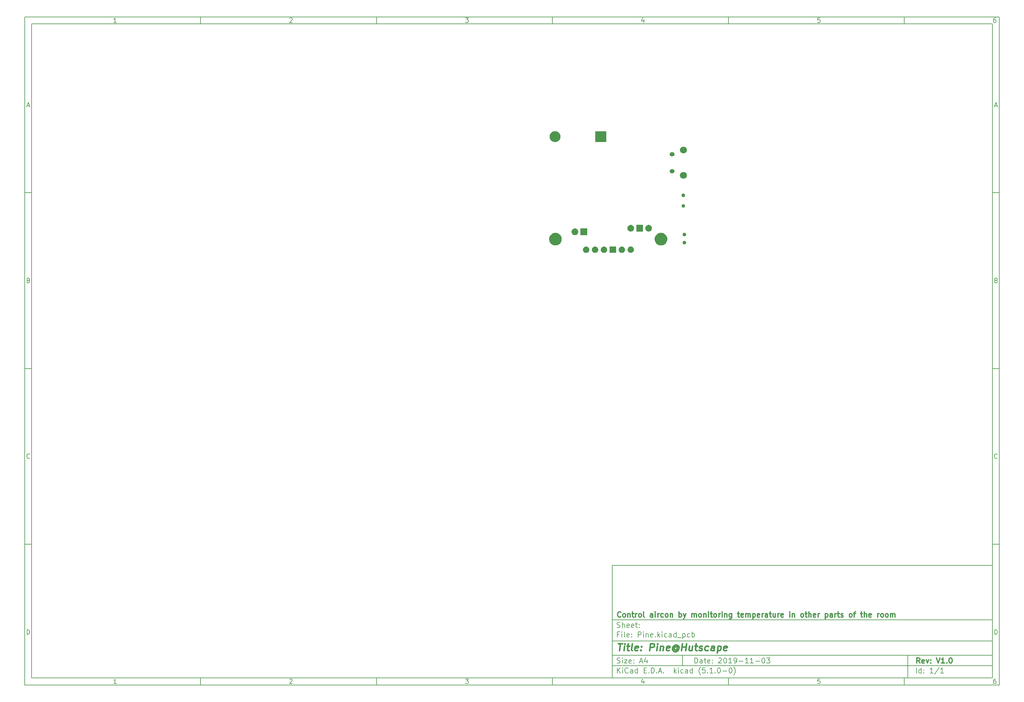
<source format=gbr>
G04 #@! TF.GenerationSoftware,KiCad,Pcbnew,(5.1.0-0)*
G04 #@! TF.CreationDate,2019-11-03T22:22:14+08:00*
G04 #@! TF.ProjectId,Pine,50696e65-2e6b-4696-9361-645f70636258,V1.0*
G04 #@! TF.SameCoordinates,Original*
G04 #@! TF.FileFunction,Soldermask,Bot*
G04 #@! TF.FilePolarity,Negative*
%FSLAX46Y46*%
G04 Gerber Fmt 4.6, Leading zero omitted, Abs format (unit mm)*
G04 Created by KiCad (PCBNEW (5.1.0-0)) date 2019-11-03 22:22:14*
%MOMM*%
%LPD*%
G04 APERTURE LIST*
%ADD10C,0.100000*%
%ADD11C,0.150000*%
%ADD12C,0.300000*%
%ADD13C,0.400000*%
G04 APERTURE END LIST*
D10*
D11*
X177002200Y-166007200D02*
X177002200Y-198007200D01*
X285002200Y-198007200D01*
X285002200Y-166007200D01*
X177002200Y-166007200D01*
D10*
D11*
X10000000Y-10000000D02*
X10000000Y-200007200D01*
X287002200Y-200007200D01*
X287002200Y-10000000D01*
X10000000Y-10000000D01*
D10*
D11*
X12000000Y-12000000D02*
X12000000Y-198007200D01*
X285002200Y-198007200D01*
X285002200Y-12000000D01*
X12000000Y-12000000D01*
D10*
D11*
X60000000Y-12000000D02*
X60000000Y-10000000D01*
D10*
D11*
X110000000Y-12000000D02*
X110000000Y-10000000D01*
D10*
D11*
X160000000Y-12000000D02*
X160000000Y-10000000D01*
D10*
D11*
X210000000Y-12000000D02*
X210000000Y-10000000D01*
D10*
D11*
X260000000Y-12000000D02*
X260000000Y-10000000D01*
D10*
D11*
X36065476Y-11588095D02*
X35322619Y-11588095D01*
X35694047Y-11588095D02*
X35694047Y-10288095D01*
X35570238Y-10473809D01*
X35446428Y-10597619D01*
X35322619Y-10659523D01*
D10*
D11*
X85322619Y-10411904D02*
X85384523Y-10350000D01*
X85508333Y-10288095D01*
X85817857Y-10288095D01*
X85941666Y-10350000D01*
X86003571Y-10411904D01*
X86065476Y-10535714D01*
X86065476Y-10659523D01*
X86003571Y-10845238D01*
X85260714Y-11588095D01*
X86065476Y-11588095D01*
D10*
D11*
X135260714Y-10288095D02*
X136065476Y-10288095D01*
X135632142Y-10783333D01*
X135817857Y-10783333D01*
X135941666Y-10845238D01*
X136003571Y-10907142D01*
X136065476Y-11030952D01*
X136065476Y-11340476D01*
X136003571Y-11464285D01*
X135941666Y-11526190D01*
X135817857Y-11588095D01*
X135446428Y-11588095D01*
X135322619Y-11526190D01*
X135260714Y-11464285D01*
D10*
D11*
X185941666Y-10721428D02*
X185941666Y-11588095D01*
X185632142Y-10226190D02*
X185322619Y-11154761D01*
X186127380Y-11154761D01*
D10*
D11*
X236003571Y-10288095D02*
X235384523Y-10288095D01*
X235322619Y-10907142D01*
X235384523Y-10845238D01*
X235508333Y-10783333D01*
X235817857Y-10783333D01*
X235941666Y-10845238D01*
X236003571Y-10907142D01*
X236065476Y-11030952D01*
X236065476Y-11340476D01*
X236003571Y-11464285D01*
X235941666Y-11526190D01*
X235817857Y-11588095D01*
X235508333Y-11588095D01*
X235384523Y-11526190D01*
X235322619Y-11464285D01*
D10*
D11*
X285941666Y-10288095D02*
X285694047Y-10288095D01*
X285570238Y-10350000D01*
X285508333Y-10411904D01*
X285384523Y-10597619D01*
X285322619Y-10845238D01*
X285322619Y-11340476D01*
X285384523Y-11464285D01*
X285446428Y-11526190D01*
X285570238Y-11588095D01*
X285817857Y-11588095D01*
X285941666Y-11526190D01*
X286003571Y-11464285D01*
X286065476Y-11340476D01*
X286065476Y-11030952D01*
X286003571Y-10907142D01*
X285941666Y-10845238D01*
X285817857Y-10783333D01*
X285570238Y-10783333D01*
X285446428Y-10845238D01*
X285384523Y-10907142D01*
X285322619Y-11030952D01*
D10*
D11*
X60000000Y-198007200D02*
X60000000Y-200007200D01*
D10*
D11*
X110000000Y-198007200D02*
X110000000Y-200007200D01*
D10*
D11*
X160000000Y-198007200D02*
X160000000Y-200007200D01*
D10*
D11*
X210000000Y-198007200D02*
X210000000Y-200007200D01*
D10*
D11*
X260000000Y-198007200D02*
X260000000Y-200007200D01*
D10*
D11*
X36065476Y-199595295D02*
X35322619Y-199595295D01*
X35694047Y-199595295D02*
X35694047Y-198295295D01*
X35570238Y-198481009D01*
X35446428Y-198604819D01*
X35322619Y-198666723D01*
D10*
D11*
X85322619Y-198419104D02*
X85384523Y-198357200D01*
X85508333Y-198295295D01*
X85817857Y-198295295D01*
X85941666Y-198357200D01*
X86003571Y-198419104D01*
X86065476Y-198542914D01*
X86065476Y-198666723D01*
X86003571Y-198852438D01*
X85260714Y-199595295D01*
X86065476Y-199595295D01*
D10*
D11*
X135260714Y-198295295D02*
X136065476Y-198295295D01*
X135632142Y-198790533D01*
X135817857Y-198790533D01*
X135941666Y-198852438D01*
X136003571Y-198914342D01*
X136065476Y-199038152D01*
X136065476Y-199347676D01*
X136003571Y-199471485D01*
X135941666Y-199533390D01*
X135817857Y-199595295D01*
X135446428Y-199595295D01*
X135322619Y-199533390D01*
X135260714Y-199471485D01*
D10*
D11*
X185941666Y-198728628D02*
X185941666Y-199595295D01*
X185632142Y-198233390D02*
X185322619Y-199161961D01*
X186127380Y-199161961D01*
D10*
D11*
X236003571Y-198295295D02*
X235384523Y-198295295D01*
X235322619Y-198914342D01*
X235384523Y-198852438D01*
X235508333Y-198790533D01*
X235817857Y-198790533D01*
X235941666Y-198852438D01*
X236003571Y-198914342D01*
X236065476Y-199038152D01*
X236065476Y-199347676D01*
X236003571Y-199471485D01*
X235941666Y-199533390D01*
X235817857Y-199595295D01*
X235508333Y-199595295D01*
X235384523Y-199533390D01*
X235322619Y-199471485D01*
D10*
D11*
X285941666Y-198295295D02*
X285694047Y-198295295D01*
X285570238Y-198357200D01*
X285508333Y-198419104D01*
X285384523Y-198604819D01*
X285322619Y-198852438D01*
X285322619Y-199347676D01*
X285384523Y-199471485D01*
X285446428Y-199533390D01*
X285570238Y-199595295D01*
X285817857Y-199595295D01*
X285941666Y-199533390D01*
X286003571Y-199471485D01*
X286065476Y-199347676D01*
X286065476Y-199038152D01*
X286003571Y-198914342D01*
X285941666Y-198852438D01*
X285817857Y-198790533D01*
X285570238Y-198790533D01*
X285446428Y-198852438D01*
X285384523Y-198914342D01*
X285322619Y-199038152D01*
D10*
D11*
X10000000Y-60000000D02*
X12000000Y-60000000D01*
D10*
D11*
X10000000Y-110000000D02*
X12000000Y-110000000D01*
D10*
D11*
X10000000Y-160000000D02*
X12000000Y-160000000D01*
D10*
D11*
X10690476Y-35216666D02*
X11309523Y-35216666D01*
X10566666Y-35588095D02*
X11000000Y-34288095D01*
X11433333Y-35588095D01*
D10*
D11*
X11092857Y-84907142D02*
X11278571Y-84969047D01*
X11340476Y-85030952D01*
X11402380Y-85154761D01*
X11402380Y-85340476D01*
X11340476Y-85464285D01*
X11278571Y-85526190D01*
X11154761Y-85588095D01*
X10659523Y-85588095D01*
X10659523Y-84288095D01*
X11092857Y-84288095D01*
X11216666Y-84350000D01*
X11278571Y-84411904D01*
X11340476Y-84535714D01*
X11340476Y-84659523D01*
X11278571Y-84783333D01*
X11216666Y-84845238D01*
X11092857Y-84907142D01*
X10659523Y-84907142D01*
D10*
D11*
X11402380Y-135464285D02*
X11340476Y-135526190D01*
X11154761Y-135588095D01*
X11030952Y-135588095D01*
X10845238Y-135526190D01*
X10721428Y-135402380D01*
X10659523Y-135278571D01*
X10597619Y-135030952D01*
X10597619Y-134845238D01*
X10659523Y-134597619D01*
X10721428Y-134473809D01*
X10845238Y-134350000D01*
X11030952Y-134288095D01*
X11154761Y-134288095D01*
X11340476Y-134350000D01*
X11402380Y-134411904D01*
D10*
D11*
X10659523Y-185588095D02*
X10659523Y-184288095D01*
X10969047Y-184288095D01*
X11154761Y-184350000D01*
X11278571Y-184473809D01*
X11340476Y-184597619D01*
X11402380Y-184845238D01*
X11402380Y-185030952D01*
X11340476Y-185278571D01*
X11278571Y-185402380D01*
X11154761Y-185526190D01*
X10969047Y-185588095D01*
X10659523Y-185588095D01*
D10*
D11*
X287002200Y-60000000D02*
X285002200Y-60000000D01*
D10*
D11*
X287002200Y-110000000D02*
X285002200Y-110000000D01*
D10*
D11*
X287002200Y-160000000D02*
X285002200Y-160000000D01*
D10*
D11*
X285692676Y-35216666D02*
X286311723Y-35216666D01*
X285568866Y-35588095D02*
X286002200Y-34288095D01*
X286435533Y-35588095D01*
D10*
D11*
X286095057Y-84907142D02*
X286280771Y-84969047D01*
X286342676Y-85030952D01*
X286404580Y-85154761D01*
X286404580Y-85340476D01*
X286342676Y-85464285D01*
X286280771Y-85526190D01*
X286156961Y-85588095D01*
X285661723Y-85588095D01*
X285661723Y-84288095D01*
X286095057Y-84288095D01*
X286218866Y-84350000D01*
X286280771Y-84411904D01*
X286342676Y-84535714D01*
X286342676Y-84659523D01*
X286280771Y-84783333D01*
X286218866Y-84845238D01*
X286095057Y-84907142D01*
X285661723Y-84907142D01*
D10*
D11*
X286404580Y-135464285D02*
X286342676Y-135526190D01*
X286156961Y-135588095D01*
X286033152Y-135588095D01*
X285847438Y-135526190D01*
X285723628Y-135402380D01*
X285661723Y-135278571D01*
X285599819Y-135030952D01*
X285599819Y-134845238D01*
X285661723Y-134597619D01*
X285723628Y-134473809D01*
X285847438Y-134350000D01*
X286033152Y-134288095D01*
X286156961Y-134288095D01*
X286342676Y-134350000D01*
X286404580Y-134411904D01*
D10*
D11*
X285661723Y-185588095D02*
X285661723Y-184288095D01*
X285971247Y-184288095D01*
X286156961Y-184350000D01*
X286280771Y-184473809D01*
X286342676Y-184597619D01*
X286404580Y-184845238D01*
X286404580Y-185030952D01*
X286342676Y-185278571D01*
X286280771Y-185402380D01*
X286156961Y-185526190D01*
X285971247Y-185588095D01*
X285661723Y-185588095D01*
D10*
D11*
X200434342Y-193785771D02*
X200434342Y-192285771D01*
X200791485Y-192285771D01*
X201005771Y-192357200D01*
X201148628Y-192500057D01*
X201220057Y-192642914D01*
X201291485Y-192928628D01*
X201291485Y-193142914D01*
X201220057Y-193428628D01*
X201148628Y-193571485D01*
X201005771Y-193714342D01*
X200791485Y-193785771D01*
X200434342Y-193785771D01*
X202577200Y-193785771D02*
X202577200Y-193000057D01*
X202505771Y-192857200D01*
X202362914Y-192785771D01*
X202077200Y-192785771D01*
X201934342Y-192857200D01*
X202577200Y-193714342D02*
X202434342Y-193785771D01*
X202077200Y-193785771D01*
X201934342Y-193714342D01*
X201862914Y-193571485D01*
X201862914Y-193428628D01*
X201934342Y-193285771D01*
X202077200Y-193214342D01*
X202434342Y-193214342D01*
X202577200Y-193142914D01*
X203077200Y-192785771D02*
X203648628Y-192785771D01*
X203291485Y-192285771D02*
X203291485Y-193571485D01*
X203362914Y-193714342D01*
X203505771Y-193785771D01*
X203648628Y-193785771D01*
X204720057Y-193714342D02*
X204577200Y-193785771D01*
X204291485Y-193785771D01*
X204148628Y-193714342D01*
X204077200Y-193571485D01*
X204077200Y-193000057D01*
X204148628Y-192857200D01*
X204291485Y-192785771D01*
X204577200Y-192785771D01*
X204720057Y-192857200D01*
X204791485Y-193000057D01*
X204791485Y-193142914D01*
X204077200Y-193285771D01*
X205434342Y-193642914D02*
X205505771Y-193714342D01*
X205434342Y-193785771D01*
X205362914Y-193714342D01*
X205434342Y-193642914D01*
X205434342Y-193785771D01*
X205434342Y-192857200D02*
X205505771Y-192928628D01*
X205434342Y-193000057D01*
X205362914Y-192928628D01*
X205434342Y-192857200D01*
X205434342Y-193000057D01*
X207220057Y-192428628D02*
X207291485Y-192357200D01*
X207434342Y-192285771D01*
X207791485Y-192285771D01*
X207934342Y-192357200D01*
X208005771Y-192428628D01*
X208077200Y-192571485D01*
X208077200Y-192714342D01*
X208005771Y-192928628D01*
X207148628Y-193785771D01*
X208077200Y-193785771D01*
X209005771Y-192285771D02*
X209148628Y-192285771D01*
X209291485Y-192357200D01*
X209362914Y-192428628D01*
X209434342Y-192571485D01*
X209505771Y-192857200D01*
X209505771Y-193214342D01*
X209434342Y-193500057D01*
X209362914Y-193642914D01*
X209291485Y-193714342D01*
X209148628Y-193785771D01*
X209005771Y-193785771D01*
X208862914Y-193714342D01*
X208791485Y-193642914D01*
X208720057Y-193500057D01*
X208648628Y-193214342D01*
X208648628Y-192857200D01*
X208720057Y-192571485D01*
X208791485Y-192428628D01*
X208862914Y-192357200D01*
X209005771Y-192285771D01*
X210934342Y-193785771D02*
X210077200Y-193785771D01*
X210505771Y-193785771D02*
X210505771Y-192285771D01*
X210362914Y-192500057D01*
X210220057Y-192642914D01*
X210077200Y-192714342D01*
X211648628Y-193785771D02*
X211934342Y-193785771D01*
X212077200Y-193714342D01*
X212148628Y-193642914D01*
X212291485Y-193428628D01*
X212362914Y-193142914D01*
X212362914Y-192571485D01*
X212291485Y-192428628D01*
X212220057Y-192357200D01*
X212077200Y-192285771D01*
X211791485Y-192285771D01*
X211648628Y-192357200D01*
X211577200Y-192428628D01*
X211505771Y-192571485D01*
X211505771Y-192928628D01*
X211577200Y-193071485D01*
X211648628Y-193142914D01*
X211791485Y-193214342D01*
X212077200Y-193214342D01*
X212220057Y-193142914D01*
X212291485Y-193071485D01*
X212362914Y-192928628D01*
X213005771Y-193214342D02*
X214148628Y-193214342D01*
X215648628Y-193785771D02*
X214791485Y-193785771D01*
X215220057Y-193785771D02*
X215220057Y-192285771D01*
X215077200Y-192500057D01*
X214934342Y-192642914D01*
X214791485Y-192714342D01*
X217077200Y-193785771D02*
X216220057Y-193785771D01*
X216648628Y-193785771D02*
X216648628Y-192285771D01*
X216505771Y-192500057D01*
X216362914Y-192642914D01*
X216220057Y-192714342D01*
X217720057Y-193214342D02*
X218862914Y-193214342D01*
X219862914Y-192285771D02*
X220005771Y-192285771D01*
X220148628Y-192357200D01*
X220220057Y-192428628D01*
X220291485Y-192571485D01*
X220362914Y-192857200D01*
X220362914Y-193214342D01*
X220291485Y-193500057D01*
X220220057Y-193642914D01*
X220148628Y-193714342D01*
X220005771Y-193785771D01*
X219862914Y-193785771D01*
X219720057Y-193714342D01*
X219648628Y-193642914D01*
X219577200Y-193500057D01*
X219505771Y-193214342D01*
X219505771Y-192857200D01*
X219577200Y-192571485D01*
X219648628Y-192428628D01*
X219720057Y-192357200D01*
X219862914Y-192285771D01*
X220862914Y-192285771D02*
X221791485Y-192285771D01*
X221291485Y-192857200D01*
X221505771Y-192857200D01*
X221648628Y-192928628D01*
X221720057Y-193000057D01*
X221791485Y-193142914D01*
X221791485Y-193500057D01*
X221720057Y-193642914D01*
X221648628Y-193714342D01*
X221505771Y-193785771D01*
X221077200Y-193785771D01*
X220934342Y-193714342D01*
X220862914Y-193642914D01*
D10*
D11*
X177002200Y-194507200D02*
X285002200Y-194507200D01*
D10*
D11*
X178434342Y-196585771D02*
X178434342Y-195085771D01*
X179291485Y-196585771D02*
X178648628Y-195728628D01*
X179291485Y-195085771D02*
X178434342Y-195942914D01*
X179934342Y-196585771D02*
X179934342Y-195585771D01*
X179934342Y-195085771D02*
X179862914Y-195157200D01*
X179934342Y-195228628D01*
X180005771Y-195157200D01*
X179934342Y-195085771D01*
X179934342Y-195228628D01*
X181505771Y-196442914D02*
X181434342Y-196514342D01*
X181220057Y-196585771D01*
X181077200Y-196585771D01*
X180862914Y-196514342D01*
X180720057Y-196371485D01*
X180648628Y-196228628D01*
X180577200Y-195942914D01*
X180577200Y-195728628D01*
X180648628Y-195442914D01*
X180720057Y-195300057D01*
X180862914Y-195157200D01*
X181077200Y-195085771D01*
X181220057Y-195085771D01*
X181434342Y-195157200D01*
X181505771Y-195228628D01*
X182791485Y-196585771D02*
X182791485Y-195800057D01*
X182720057Y-195657200D01*
X182577200Y-195585771D01*
X182291485Y-195585771D01*
X182148628Y-195657200D01*
X182791485Y-196514342D02*
X182648628Y-196585771D01*
X182291485Y-196585771D01*
X182148628Y-196514342D01*
X182077200Y-196371485D01*
X182077200Y-196228628D01*
X182148628Y-196085771D01*
X182291485Y-196014342D01*
X182648628Y-196014342D01*
X182791485Y-195942914D01*
X184148628Y-196585771D02*
X184148628Y-195085771D01*
X184148628Y-196514342D02*
X184005771Y-196585771D01*
X183720057Y-196585771D01*
X183577200Y-196514342D01*
X183505771Y-196442914D01*
X183434342Y-196300057D01*
X183434342Y-195871485D01*
X183505771Y-195728628D01*
X183577200Y-195657200D01*
X183720057Y-195585771D01*
X184005771Y-195585771D01*
X184148628Y-195657200D01*
X186005771Y-195800057D02*
X186505771Y-195800057D01*
X186720057Y-196585771D02*
X186005771Y-196585771D01*
X186005771Y-195085771D01*
X186720057Y-195085771D01*
X187362914Y-196442914D02*
X187434342Y-196514342D01*
X187362914Y-196585771D01*
X187291485Y-196514342D01*
X187362914Y-196442914D01*
X187362914Y-196585771D01*
X188077200Y-196585771D02*
X188077200Y-195085771D01*
X188434342Y-195085771D01*
X188648628Y-195157200D01*
X188791485Y-195300057D01*
X188862914Y-195442914D01*
X188934342Y-195728628D01*
X188934342Y-195942914D01*
X188862914Y-196228628D01*
X188791485Y-196371485D01*
X188648628Y-196514342D01*
X188434342Y-196585771D01*
X188077200Y-196585771D01*
X189577200Y-196442914D02*
X189648628Y-196514342D01*
X189577200Y-196585771D01*
X189505771Y-196514342D01*
X189577200Y-196442914D01*
X189577200Y-196585771D01*
X190220057Y-196157200D02*
X190934342Y-196157200D01*
X190077200Y-196585771D02*
X190577200Y-195085771D01*
X191077200Y-196585771D01*
X191577200Y-196442914D02*
X191648628Y-196514342D01*
X191577200Y-196585771D01*
X191505771Y-196514342D01*
X191577200Y-196442914D01*
X191577200Y-196585771D01*
X194577200Y-196585771D02*
X194577200Y-195085771D01*
X194720057Y-196014342D02*
X195148628Y-196585771D01*
X195148628Y-195585771D02*
X194577200Y-196157200D01*
X195791485Y-196585771D02*
X195791485Y-195585771D01*
X195791485Y-195085771D02*
X195720057Y-195157200D01*
X195791485Y-195228628D01*
X195862914Y-195157200D01*
X195791485Y-195085771D01*
X195791485Y-195228628D01*
X197148628Y-196514342D02*
X197005771Y-196585771D01*
X196720057Y-196585771D01*
X196577200Y-196514342D01*
X196505771Y-196442914D01*
X196434342Y-196300057D01*
X196434342Y-195871485D01*
X196505771Y-195728628D01*
X196577200Y-195657200D01*
X196720057Y-195585771D01*
X197005771Y-195585771D01*
X197148628Y-195657200D01*
X198434342Y-196585771D02*
X198434342Y-195800057D01*
X198362914Y-195657200D01*
X198220057Y-195585771D01*
X197934342Y-195585771D01*
X197791485Y-195657200D01*
X198434342Y-196514342D02*
X198291485Y-196585771D01*
X197934342Y-196585771D01*
X197791485Y-196514342D01*
X197720057Y-196371485D01*
X197720057Y-196228628D01*
X197791485Y-196085771D01*
X197934342Y-196014342D01*
X198291485Y-196014342D01*
X198434342Y-195942914D01*
X199791485Y-196585771D02*
X199791485Y-195085771D01*
X199791485Y-196514342D02*
X199648628Y-196585771D01*
X199362914Y-196585771D01*
X199220057Y-196514342D01*
X199148628Y-196442914D01*
X199077200Y-196300057D01*
X199077200Y-195871485D01*
X199148628Y-195728628D01*
X199220057Y-195657200D01*
X199362914Y-195585771D01*
X199648628Y-195585771D01*
X199791485Y-195657200D01*
X202077200Y-197157200D02*
X202005771Y-197085771D01*
X201862914Y-196871485D01*
X201791485Y-196728628D01*
X201720057Y-196514342D01*
X201648628Y-196157200D01*
X201648628Y-195871485D01*
X201720057Y-195514342D01*
X201791485Y-195300057D01*
X201862914Y-195157200D01*
X202005771Y-194942914D01*
X202077200Y-194871485D01*
X203362914Y-195085771D02*
X202648628Y-195085771D01*
X202577200Y-195800057D01*
X202648628Y-195728628D01*
X202791485Y-195657200D01*
X203148628Y-195657200D01*
X203291485Y-195728628D01*
X203362914Y-195800057D01*
X203434342Y-195942914D01*
X203434342Y-196300057D01*
X203362914Y-196442914D01*
X203291485Y-196514342D01*
X203148628Y-196585771D01*
X202791485Y-196585771D01*
X202648628Y-196514342D01*
X202577200Y-196442914D01*
X204077200Y-196442914D02*
X204148628Y-196514342D01*
X204077200Y-196585771D01*
X204005771Y-196514342D01*
X204077200Y-196442914D01*
X204077200Y-196585771D01*
X205577200Y-196585771D02*
X204720057Y-196585771D01*
X205148628Y-196585771D02*
X205148628Y-195085771D01*
X205005771Y-195300057D01*
X204862914Y-195442914D01*
X204720057Y-195514342D01*
X206220057Y-196442914D02*
X206291485Y-196514342D01*
X206220057Y-196585771D01*
X206148628Y-196514342D01*
X206220057Y-196442914D01*
X206220057Y-196585771D01*
X207220057Y-195085771D02*
X207362914Y-195085771D01*
X207505771Y-195157200D01*
X207577200Y-195228628D01*
X207648628Y-195371485D01*
X207720057Y-195657200D01*
X207720057Y-196014342D01*
X207648628Y-196300057D01*
X207577200Y-196442914D01*
X207505771Y-196514342D01*
X207362914Y-196585771D01*
X207220057Y-196585771D01*
X207077200Y-196514342D01*
X207005771Y-196442914D01*
X206934342Y-196300057D01*
X206862914Y-196014342D01*
X206862914Y-195657200D01*
X206934342Y-195371485D01*
X207005771Y-195228628D01*
X207077200Y-195157200D01*
X207220057Y-195085771D01*
X208362914Y-196014342D02*
X209505771Y-196014342D01*
X210505771Y-195085771D02*
X210648628Y-195085771D01*
X210791485Y-195157200D01*
X210862914Y-195228628D01*
X210934342Y-195371485D01*
X211005771Y-195657200D01*
X211005771Y-196014342D01*
X210934342Y-196300057D01*
X210862914Y-196442914D01*
X210791485Y-196514342D01*
X210648628Y-196585771D01*
X210505771Y-196585771D01*
X210362914Y-196514342D01*
X210291485Y-196442914D01*
X210220057Y-196300057D01*
X210148628Y-196014342D01*
X210148628Y-195657200D01*
X210220057Y-195371485D01*
X210291485Y-195228628D01*
X210362914Y-195157200D01*
X210505771Y-195085771D01*
X211505771Y-197157200D02*
X211577200Y-197085771D01*
X211720057Y-196871485D01*
X211791485Y-196728628D01*
X211862914Y-196514342D01*
X211934342Y-196157200D01*
X211934342Y-195871485D01*
X211862914Y-195514342D01*
X211791485Y-195300057D01*
X211720057Y-195157200D01*
X211577200Y-194942914D01*
X211505771Y-194871485D01*
D10*
D11*
X177002200Y-191507200D02*
X285002200Y-191507200D01*
D10*
D12*
X264411485Y-193785771D02*
X263911485Y-193071485D01*
X263554342Y-193785771D02*
X263554342Y-192285771D01*
X264125771Y-192285771D01*
X264268628Y-192357200D01*
X264340057Y-192428628D01*
X264411485Y-192571485D01*
X264411485Y-192785771D01*
X264340057Y-192928628D01*
X264268628Y-193000057D01*
X264125771Y-193071485D01*
X263554342Y-193071485D01*
X265625771Y-193714342D02*
X265482914Y-193785771D01*
X265197200Y-193785771D01*
X265054342Y-193714342D01*
X264982914Y-193571485D01*
X264982914Y-193000057D01*
X265054342Y-192857200D01*
X265197200Y-192785771D01*
X265482914Y-192785771D01*
X265625771Y-192857200D01*
X265697200Y-193000057D01*
X265697200Y-193142914D01*
X264982914Y-193285771D01*
X266197200Y-192785771D02*
X266554342Y-193785771D01*
X266911485Y-192785771D01*
X267482914Y-193642914D02*
X267554342Y-193714342D01*
X267482914Y-193785771D01*
X267411485Y-193714342D01*
X267482914Y-193642914D01*
X267482914Y-193785771D01*
X267482914Y-192857200D02*
X267554342Y-192928628D01*
X267482914Y-193000057D01*
X267411485Y-192928628D01*
X267482914Y-192857200D01*
X267482914Y-193000057D01*
X269125771Y-192285771D02*
X269625771Y-193785771D01*
X270125771Y-192285771D01*
X271411485Y-193785771D02*
X270554342Y-193785771D01*
X270982914Y-193785771D02*
X270982914Y-192285771D01*
X270840057Y-192500057D01*
X270697200Y-192642914D01*
X270554342Y-192714342D01*
X272054342Y-193642914D02*
X272125771Y-193714342D01*
X272054342Y-193785771D01*
X271982914Y-193714342D01*
X272054342Y-193642914D01*
X272054342Y-193785771D01*
X273054342Y-192285771D02*
X273197200Y-192285771D01*
X273340057Y-192357200D01*
X273411485Y-192428628D01*
X273482914Y-192571485D01*
X273554342Y-192857200D01*
X273554342Y-193214342D01*
X273482914Y-193500057D01*
X273411485Y-193642914D01*
X273340057Y-193714342D01*
X273197200Y-193785771D01*
X273054342Y-193785771D01*
X272911485Y-193714342D01*
X272840057Y-193642914D01*
X272768628Y-193500057D01*
X272697200Y-193214342D01*
X272697200Y-192857200D01*
X272768628Y-192571485D01*
X272840057Y-192428628D01*
X272911485Y-192357200D01*
X273054342Y-192285771D01*
D10*
D11*
X178362914Y-193714342D02*
X178577200Y-193785771D01*
X178934342Y-193785771D01*
X179077200Y-193714342D01*
X179148628Y-193642914D01*
X179220057Y-193500057D01*
X179220057Y-193357200D01*
X179148628Y-193214342D01*
X179077200Y-193142914D01*
X178934342Y-193071485D01*
X178648628Y-193000057D01*
X178505771Y-192928628D01*
X178434342Y-192857200D01*
X178362914Y-192714342D01*
X178362914Y-192571485D01*
X178434342Y-192428628D01*
X178505771Y-192357200D01*
X178648628Y-192285771D01*
X179005771Y-192285771D01*
X179220057Y-192357200D01*
X179862914Y-193785771D02*
X179862914Y-192785771D01*
X179862914Y-192285771D02*
X179791485Y-192357200D01*
X179862914Y-192428628D01*
X179934342Y-192357200D01*
X179862914Y-192285771D01*
X179862914Y-192428628D01*
X180434342Y-192785771D02*
X181220057Y-192785771D01*
X180434342Y-193785771D01*
X181220057Y-193785771D01*
X182362914Y-193714342D02*
X182220057Y-193785771D01*
X181934342Y-193785771D01*
X181791485Y-193714342D01*
X181720057Y-193571485D01*
X181720057Y-193000057D01*
X181791485Y-192857200D01*
X181934342Y-192785771D01*
X182220057Y-192785771D01*
X182362914Y-192857200D01*
X182434342Y-193000057D01*
X182434342Y-193142914D01*
X181720057Y-193285771D01*
X183077200Y-193642914D02*
X183148628Y-193714342D01*
X183077200Y-193785771D01*
X183005771Y-193714342D01*
X183077200Y-193642914D01*
X183077200Y-193785771D01*
X183077200Y-192857200D02*
X183148628Y-192928628D01*
X183077200Y-193000057D01*
X183005771Y-192928628D01*
X183077200Y-192857200D01*
X183077200Y-193000057D01*
X184862914Y-193357200D02*
X185577200Y-193357200D01*
X184720057Y-193785771D02*
X185220057Y-192285771D01*
X185720057Y-193785771D01*
X186862914Y-192785771D02*
X186862914Y-193785771D01*
X186505771Y-192214342D02*
X186148628Y-193285771D01*
X187077200Y-193285771D01*
D10*
D11*
X263434342Y-196585771D02*
X263434342Y-195085771D01*
X264791485Y-196585771D02*
X264791485Y-195085771D01*
X264791485Y-196514342D02*
X264648628Y-196585771D01*
X264362914Y-196585771D01*
X264220057Y-196514342D01*
X264148628Y-196442914D01*
X264077200Y-196300057D01*
X264077200Y-195871485D01*
X264148628Y-195728628D01*
X264220057Y-195657200D01*
X264362914Y-195585771D01*
X264648628Y-195585771D01*
X264791485Y-195657200D01*
X265505771Y-196442914D02*
X265577200Y-196514342D01*
X265505771Y-196585771D01*
X265434342Y-196514342D01*
X265505771Y-196442914D01*
X265505771Y-196585771D01*
X265505771Y-195657200D02*
X265577200Y-195728628D01*
X265505771Y-195800057D01*
X265434342Y-195728628D01*
X265505771Y-195657200D01*
X265505771Y-195800057D01*
X268148628Y-196585771D02*
X267291485Y-196585771D01*
X267720057Y-196585771D02*
X267720057Y-195085771D01*
X267577200Y-195300057D01*
X267434342Y-195442914D01*
X267291485Y-195514342D01*
X269862914Y-195014342D02*
X268577200Y-196942914D01*
X271148628Y-196585771D02*
X270291485Y-196585771D01*
X270720057Y-196585771D02*
X270720057Y-195085771D01*
X270577200Y-195300057D01*
X270434342Y-195442914D01*
X270291485Y-195514342D01*
D10*
D11*
X177002200Y-187507200D02*
X285002200Y-187507200D01*
D10*
D13*
X178714580Y-188211961D02*
X179857438Y-188211961D01*
X179036009Y-190211961D02*
X179286009Y-188211961D01*
X180274104Y-190211961D02*
X180440771Y-188878628D01*
X180524104Y-188211961D02*
X180416961Y-188307200D01*
X180500295Y-188402438D01*
X180607438Y-188307200D01*
X180524104Y-188211961D01*
X180500295Y-188402438D01*
X181107438Y-188878628D02*
X181869342Y-188878628D01*
X181476485Y-188211961D02*
X181262200Y-189926247D01*
X181333628Y-190116723D01*
X181512200Y-190211961D01*
X181702676Y-190211961D01*
X182655057Y-190211961D02*
X182476485Y-190116723D01*
X182405057Y-189926247D01*
X182619342Y-188211961D01*
X184190771Y-190116723D02*
X183988390Y-190211961D01*
X183607438Y-190211961D01*
X183428866Y-190116723D01*
X183357438Y-189926247D01*
X183452676Y-189164342D01*
X183571723Y-188973866D01*
X183774104Y-188878628D01*
X184155057Y-188878628D01*
X184333628Y-188973866D01*
X184405057Y-189164342D01*
X184381247Y-189354819D01*
X183405057Y-189545295D01*
X185155057Y-190021485D02*
X185238390Y-190116723D01*
X185131247Y-190211961D01*
X185047914Y-190116723D01*
X185155057Y-190021485D01*
X185131247Y-190211961D01*
X185286009Y-188973866D02*
X185369342Y-189069104D01*
X185262200Y-189164342D01*
X185178866Y-189069104D01*
X185286009Y-188973866D01*
X185262200Y-189164342D01*
X187607438Y-190211961D02*
X187857438Y-188211961D01*
X188619342Y-188211961D01*
X188797914Y-188307200D01*
X188881247Y-188402438D01*
X188952676Y-188592914D01*
X188916961Y-188878628D01*
X188797914Y-189069104D01*
X188690771Y-189164342D01*
X188488390Y-189259580D01*
X187726485Y-189259580D01*
X189607438Y-190211961D02*
X189774104Y-188878628D01*
X189857438Y-188211961D02*
X189750295Y-188307200D01*
X189833628Y-188402438D01*
X189940771Y-188307200D01*
X189857438Y-188211961D01*
X189833628Y-188402438D01*
X190726485Y-188878628D02*
X190559819Y-190211961D01*
X190702676Y-189069104D02*
X190809819Y-188973866D01*
X191012200Y-188878628D01*
X191297914Y-188878628D01*
X191476485Y-188973866D01*
X191547914Y-189164342D01*
X191416961Y-190211961D01*
X193143152Y-190116723D02*
X192940771Y-190211961D01*
X192559819Y-190211961D01*
X192381247Y-190116723D01*
X192309819Y-189926247D01*
X192405057Y-189164342D01*
X192524104Y-188973866D01*
X192726485Y-188878628D01*
X193107438Y-188878628D01*
X193286009Y-188973866D01*
X193357438Y-189164342D01*
X193333628Y-189354819D01*
X192357438Y-189545295D01*
X195440771Y-189259580D02*
X195357438Y-189164342D01*
X195178866Y-189069104D01*
X194988390Y-189069104D01*
X194786009Y-189164342D01*
X194678866Y-189259580D01*
X194559819Y-189450057D01*
X194536009Y-189640533D01*
X194607438Y-189831009D01*
X194690771Y-189926247D01*
X194869342Y-190021485D01*
X195059819Y-190021485D01*
X195262200Y-189926247D01*
X195369342Y-189831009D01*
X195464580Y-189069104D02*
X195369342Y-189831009D01*
X195452676Y-189926247D01*
X195547914Y-189926247D01*
X195750295Y-189831009D01*
X195869342Y-189640533D01*
X195928866Y-189164342D01*
X195774104Y-188878628D01*
X195512200Y-188688152D01*
X195143152Y-188592914D01*
X194750295Y-188688152D01*
X194440771Y-188878628D01*
X194214580Y-189164342D01*
X194071723Y-189545295D01*
X194119342Y-189926247D01*
X194274104Y-190211961D01*
X194536009Y-190402438D01*
X194905057Y-190497676D01*
X195297914Y-190402438D01*
X195607438Y-190211961D01*
X196655057Y-190211961D02*
X196905057Y-188211961D01*
X196786009Y-189164342D02*
X197928866Y-189164342D01*
X197797914Y-190211961D02*
X198047914Y-188211961D01*
X199774104Y-188878628D02*
X199607438Y-190211961D01*
X198916961Y-188878628D02*
X198786009Y-189926247D01*
X198857438Y-190116723D01*
X199036009Y-190211961D01*
X199321723Y-190211961D01*
X199524104Y-190116723D01*
X199631247Y-190021485D01*
X200440771Y-188878628D02*
X201202676Y-188878628D01*
X200809819Y-188211961D02*
X200595533Y-189926247D01*
X200666961Y-190116723D01*
X200845533Y-190211961D01*
X201036009Y-190211961D01*
X201619342Y-190116723D02*
X201797914Y-190211961D01*
X202178866Y-190211961D01*
X202381247Y-190116723D01*
X202500295Y-189926247D01*
X202512200Y-189831009D01*
X202440771Y-189640533D01*
X202262200Y-189545295D01*
X201976485Y-189545295D01*
X201797914Y-189450057D01*
X201726485Y-189259580D01*
X201738390Y-189164342D01*
X201857438Y-188973866D01*
X202059819Y-188878628D01*
X202345533Y-188878628D01*
X202524104Y-188973866D01*
X204190771Y-190116723D02*
X203988390Y-190211961D01*
X203607438Y-190211961D01*
X203428866Y-190116723D01*
X203345533Y-190021485D01*
X203274104Y-189831009D01*
X203345533Y-189259580D01*
X203464580Y-189069104D01*
X203571723Y-188973866D01*
X203774104Y-188878628D01*
X204155057Y-188878628D01*
X204333628Y-188973866D01*
X205893152Y-190211961D02*
X206024104Y-189164342D01*
X205952676Y-188973866D01*
X205774104Y-188878628D01*
X205393152Y-188878628D01*
X205190771Y-188973866D01*
X205905057Y-190116723D02*
X205702676Y-190211961D01*
X205226485Y-190211961D01*
X205047914Y-190116723D01*
X204976485Y-189926247D01*
X205000295Y-189735771D01*
X205119342Y-189545295D01*
X205321723Y-189450057D01*
X205797914Y-189450057D01*
X206000295Y-189354819D01*
X207012200Y-188878628D02*
X206762200Y-190878628D01*
X207000295Y-188973866D02*
X207202676Y-188878628D01*
X207583628Y-188878628D01*
X207762200Y-188973866D01*
X207845533Y-189069104D01*
X207916961Y-189259580D01*
X207845533Y-189831009D01*
X207726485Y-190021485D01*
X207619342Y-190116723D01*
X207416961Y-190211961D01*
X207036009Y-190211961D01*
X206857438Y-190116723D01*
X209428866Y-190116723D02*
X209226485Y-190211961D01*
X208845533Y-190211961D01*
X208666961Y-190116723D01*
X208595533Y-189926247D01*
X208690771Y-189164342D01*
X208809819Y-188973866D01*
X209012200Y-188878628D01*
X209393152Y-188878628D01*
X209571723Y-188973866D01*
X209643152Y-189164342D01*
X209619342Y-189354819D01*
X208643152Y-189545295D01*
D10*
D11*
X178934342Y-185600057D02*
X178434342Y-185600057D01*
X178434342Y-186385771D02*
X178434342Y-184885771D01*
X179148628Y-184885771D01*
X179720057Y-186385771D02*
X179720057Y-185385771D01*
X179720057Y-184885771D02*
X179648628Y-184957200D01*
X179720057Y-185028628D01*
X179791485Y-184957200D01*
X179720057Y-184885771D01*
X179720057Y-185028628D01*
X180648628Y-186385771D02*
X180505771Y-186314342D01*
X180434342Y-186171485D01*
X180434342Y-184885771D01*
X181791485Y-186314342D02*
X181648628Y-186385771D01*
X181362914Y-186385771D01*
X181220057Y-186314342D01*
X181148628Y-186171485D01*
X181148628Y-185600057D01*
X181220057Y-185457200D01*
X181362914Y-185385771D01*
X181648628Y-185385771D01*
X181791485Y-185457200D01*
X181862914Y-185600057D01*
X181862914Y-185742914D01*
X181148628Y-185885771D01*
X182505771Y-186242914D02*
X182577200Y-186314342D01*
X182505771Y-186385771D01*
X182434342Y-186314342D01*
X182505771Y-186242914D01*
X182505771Y-186385771D01*
X182505771Y-185457200D02*
X182577200Y-185528628D01*
X182505771Y-185600057D01*
X182434342Y-185528628D01*
X182505771Y-185457200D01*
X182505771Y-185600057D01*
X184362914Y-186385771D02*
X184362914Y-184885771D01*
X184934342Y-184885771D01*
X185077200Y-184957200D01*
X185148628Y-185028628D01*
X185220057Y-185171485D01*
X185220057Y-185385771D01*
X185148628Y-185528628D01*
X185077200Y-185600057D01*
X184934342Y-185671485D01*
X184362914Y-185671485D01*
X185862914Y-186385771D02*
X185862914Y-185385771D01*
X185862914Y-184885771D02*
X185791485Y-184957200D01*
X185862914Y-185028628D01*
X185934342Y-184957200D01*
X185862914Y-184885771D01*
X185862914Y-185028628D01*
X186577200Y-185385771D02*
X186577200Y-186385771D01*
X186577200Y-185528628D02*
X186648628Y-185457200D01*
X186791485Y-185385771D01*
X187005771Y-185385771D01*
X187148628Y-185457200D01*
X187220057Y-185600057D01*
X187220057Y-186385771D01*
X188505771Y-186314342D02*
X188362914Y-186385771D01*
X188077200Y-186385771D01*
X187934342Y-186314342D01*
X187862914Y-186171485D01*
X187862914Y-185600057D01*
X187934342Y-185457200D01*
X188077200Y-185385771D01*
X188362914Y-185385771D01*
X188505771Y-185457200D01*
X188577200Y-185600057D01*
X188577200Y-185742914D01*
X187862914Y-185885771D01*
X189220057Y-186242914D02*
X189291485Y-186314342D01*
X189220057Y-186385771D01*
X189148628Y-186314342D01*
X189220057Y-186242914D01*
X189220057Y-186385771D01*
X189934342Y-186385771D02*
X189934342Y-184885771D01*
X190077200Y-185814342D02*
X190505771Y-186385771D01*
X190505771Y-185385771D02*
X189934342Y-185957200D01*
X191148628Y-186385771D02*
X191148628Y-185385771D01*
X191148628Y-184885771D02*
X191077200Y-184957200D01*
X191148628Y-185028628D01*
X191220057Y-184957200D01*
X191148628Y-184885771D01*
X191148628Y-185028628D01*
X192505771Y-186314342D02*
X192362914Y-186385771D01*
X192077200Y-186385771D01*
X191934342Y-186314342D01*
X191862914Y-186242914D01*
X191791485Y-186100057D01*
X191791485Y-185671485D01*
X191862914Y-185528628D01*
X191934342Y-185457200D01*
X192077200Y-185385771D01*
X192362914Y-185385771D01*
X192505771Y-185457200D01*
X193791485Y-186385771D02*
X193791485Y-185600057D01*
X193720057Y-185457200D01*
X193577200Y-185385771D01*
X193291485Y-185385771D01*
X193148628Y-185457200D01*
X193791485Y-186314342D02*
X193648628Y-186385771D01*
X193291485Y-186385771D01*
X193148628Y-186314342D01*
X193077200Y-186171485D01*
X193077200Y-186028628D01*
X193148628Y-185885771D01*
X193291485Y-185814342D01*
X193648628Y-185814342D01*
X193791485Y-185742914D01*
X195148628Y-186385771D02*
X195148628Y-184885771D01*
X195148628Y-186314342D02*
X195005771Y-186385771D01*
X194720057Y-186385771D01*
X194577200Y-186314342D01*
X194505771Y-186242914D01*
X194434342Y-186100057D01*
X194434342Y-185671485D01*
X194505771Y-185528628D01*
X194577200Y-185457200D01*
X194720057Y-185385771D01*
X195005771Y-185385771D01*
X195148628Y-185457200D01*
X195505771Y-186528628D02*
X196648628Y-186528628D01*
X197005771Y-185385771D02*
X197005771Y-186885771D01*
X197005771Y-185457200D02*
X197148628Y-185385771D01*
X197434342Y-185385771D01*
X197577200Y-185457200D01*
X197648628Y-185528628D01*
X197720057Y-185671485D01*
X197720057Y-186100057D01*
X197648628Y-186242914D01*
X197577200Y-186314342D01*
X197434342Y-186385771D01*
X197148628Y-186385771D01*
X197005771Y-186314342D01*
X199005771Y-186314342D02*
X198862914Y-186385771D01*
X198577200Y-186385771D01*
X198434342Y-186314342D01*
X198362914Y-186242914D01*
X198291485Y-186100057D01*
X198291485Y-185671485D01*
X198362914Y-185528628D01*
X198434342Y-185457200D01*
X198577200Y-185385771D01*
X198862914Y-185385771D01*
X199005771Y-185457200D01*
X199648628Y-186385771D02*
X199648628Y-184885771D01*
X199648628Y-185457200D02*
X199791485Y-185385771D01*
X200077200Y-185385771D01*
X200220057Y-185457200D01*
X200291485Y-185528628D01*
X200362914Y-185671485D01*
X200362914Y-186100057D01*
X200291485Y-186242914D01*
X200220057Y-186314342D01*
X200077200Y-186385771D01*
X199791485Y-186385771D01*
X199648628Y-186314342D01*
D10*
D11*
X177002200Y-181507200D02*
X285002200Y-181507200D01*
D10*
D11*
X178362914Y-183614342D02*
X178577200Y-183685771D01*
X178934342Y-183685771D01*
X179077200Y-183614342D01*
X179148628Y-183542914D01*
X179220057Y-183400057D01*
X179220057Y-183257200D01*
X179148628Y-183114342D01*
X179077200Y-183042914D01*
X178934342Y-182971485D01*
X178648628Y-182900057D01*
X178505771Y-182828628D01*
X178434342Y-182757200D01*
X178362914Y-182614342D01*
X178362914Y-182471485D01*
X178434342Y-182328628D01*
X178505771Y-182257200D01*
X178648628Y-182185771D01*
X179005771Y-182185771D01*
X179220057Y-182257200D01*
X179862914Y-183685771D02*
X179862914Y-182185771D01*
X180505771Y-183685771D02*
X180505771Y-182900057D01*
X180434342Y-182757200D01*
X180291485Y-182685771D01*
X180077200Y-182685771D01*
X179934342Y-182757200D01*
X179862914Y-182828628D01*
X181791485Y-183614342D02*
X181648628Y-183685771D01*
X181362914Y-183685771D01*
X181220057Y-183614342D01*
X181148628Y-183471485D01*
X181148628Y-182900057D01*
X181220057Y-182757200D01*
X181362914Y-182685771D01*
X181648628Y-182685771D01*
X181791485Y-182757200D01*
X181862914Y-182900057D01*
X181862914Y-183042914D01*
X181148628Y-183185771D01*
X183077200Y-183614342D02*
X182934342Y-183685771D01*
X182648628Y-183685771D01*
X182505771Y-183614342D01*
X182434342Y-183471485D01*
X182434342Y-182900057D01*
X182505771Y-182757200D01*
X182648628Y-182685771D01*
X182934342Y-182685771D01*
X183077200Y-182757200D01*
X183148628Y-182900057D01*
X183148628Y-183042914D01*
X182434342Y-183185771D01*
X183577200Y-182685771D02*
X184148628Y-182685771D01*
X183791485Y-182185771D02*
X183791485Y-183471485D01*
X183862914Y-183614342D01*
X184005771Y-183685771D01*
X184148628Y-183685771D01*
X184648628Y-183542914D02*
X184720057Y-183614342D01*
X184648628Y-183685771D01*
X184577200Y-183614342D01*
X184648628Y-183542914D01*
X184648628Y-183685771D01*
X184648628Y-182757200D02*
X184720057Y-182828628D01*
X184648628Y-182900057D01*
X184577200Y-182828628D01*
X184648628Y-182757200D01*
X184648628Y-182900057D01*
D10*
D12*
X179411485Y-180542914D02*
X179340057Y-180614342D01*
X179125771Y-180685771D01*
X178982914Y-180685771D01*
X178768628Y-180614342D01*
X178625771Y-180471485D01*
X178554342Y-180328628D01*
X178482914Y-180042914D01*
X178482914Y-179828628D01*
X178554342Y-179542914D01*
X178625771Y-179400057D01*
X178768628Y-179257200D01*
X178982914Y-179185771D01*
X179125771Y-179185771D01*
X179340057Y-179257200D01*
X179411485Y-179328628D01*
X180268628Y-180685771D02*
X180125771Y-180614342D01*
X180054342Y-180542914D01*
X179982914Y-180400057D01*
X179982914Y-179971485D01*
X180054342Y-179828628D01*
X180125771Y-179757200D01*
X180268628Y-179685771D01*
X180482914Y-179685771D01*
X180625771Y-179757200D01*
X180697200Y-179828628D01*
X180768628Y-179971485D01*
X180768628Y-180400057D01*
X180697200Y-180542914D01*
X180625771Y-180614342D01*
X180482914Y-180685771D01*
X180268628Y-180685771D01*
X181411485Y-179685771D02*
X181411485Y-180685771D01*
X181411485Y-179828628D02*
X181482914Y-179757200D01*
X181625771Y-179685771D01*
X181840057Y-179685771D01*
X181982914Y-179757200D01*
X182054342Y-179900057D01*
X182054342Y-180685771D01*
X182554342Y-179685771D02*
X183125771Y-179685771D01*
X182768628Y-179185771D02*
X182768628Y-180471485D01*
X182840057Y-180614342D01*
X182982914Y-180685771D01*
X183125771Y-180685771D01*
X183625771Y-180685771D02*
X183625771Y-179685771D01*
X183625771Y-179971485D02*
X183697200Y-179828628D01*
X183768628Y-179757200D01*
X183911485Y-179685771D01*
X184054342Y-179685771D01*
X184768628Y-180685771D02*
X184625771Y-180614342D01*
X184554342Y-180542914D01*
X184482914Y-180400057D01*
X184482914Y-179971485D01*
X184554342Y-179828628D01*
X184625771Y-179757200D01*
X184768628Y-179685771D01*
X184982914Y-179685771D01*
X185125771Y-179757200D01*
X185197200Y-179828628D01*
X185268628Y-179971485D01*
X185268628Y-180400057D01*
X185197200Y-180542914D01*
X185125771Y-180614342D01*
X184982914Y-180685771D01*
X184768628Y-180685771D01*
X186125771Y-180685771D02*
X185982914Y-180614342D01*
X185911485Y-180471485D01*
X185911485Y-179185771D01*
X188482914Y-180685771D02*
X188482914Y-179900057D01*
X188411485Y-179757200D01*
X188268628Y-179685771D01*
X187982914Y-179685771D01*
X187840057Y-179757200D01*
X188482914Y-180614342D02*
X188340057Y-180685771D01*
X187982914Y-180685771D01*
X187840057Y-180614342D01*
X187768628Y-180471485D01*
X187768628Y-180328628D01*
X187840057Y-180185771D01*
X187982914Y-180114342D01*
X188340057Y-180114342D01*
X188482914Y-180042914D01*
X189197200Y-180685771D02*
X189197200Y-179685771D01*
X189197200Y-179185771D02*
X189125771Y-179257200D01*
X189197200Y-179328628D01*
X189268628Y-179257200D01*
X189197200Y-179185771D01*
X189197200Y-179328628D01*
X189911485Y-180685771D02*
X189911485Y-179685771D01*
X189911485Y-179971485D02*
X189982914Y-179828628D01*
X190054342Y-179757200D01*
X190197200Y-179685771D01*
X190340057Y-179685771D01*
X191482914Y-180614342D02*
X191340057Y-180685771D01*
X191054342Y-180685771D01*
X190911485Y-180614342D01*
X190840057Y-180542914D01*
X190768628Y-180400057D01*
X190768628Y-179971485D01*
X190840057Y-179828628D01*
X190911485Y-179757200D01*
X191054342Y-179685771D01*
X191340057Y-179685771D01*
X191482914Y-179757200D01*
X192340057Y-180685771D02*
X192197200Y-180614342D01*
X192125771Y-180542914D01*
X192054342Y-180400057D01*
X192054342Y-179971485D01*
X192125771Y-179828628D01*
X192197200Y-179757200D01*
X192340057Y-179685771D01*
X192554342Y-179685771D01*
X192697200Y-179757200D01*
X192768628Y-179828628D01*
X192840057Y-179971485D01*
X192840057Y-180400057D01*
X192768628Y-180542914D01*
X192697200Y-180614342D01*
X192554342Y-180685771D01*
X192340057Y-180685771D01*
X193482914Y-179685771D02*
X193482914Y-180685771D01*
X193482914Y-179828628D02*
X193554342Y-179757200D01*
X193697200Y-179685771D01*
X193911485Y-179685771D01*
X194054342Y-179757200D01*
X194125771Y-179900057D01*
X194125771Y-180685771D01*
X195982914Y-180685771D02*
X195982914Y-179185771D01*
X195982914Y-179757200D02*
X196125771Y-179685771D01*
X196411485Y-179685771D01*
X196554342Y-179757200D01*
X196625771Y-179828628D01*
X196697200Y-179971485D01*
X196697200Y-180400057D01*
X196625771Y-180542914D01*
X196554342Y-180614342D01*
X196411485Y-180685771D01*
X196125771Y-180685771D01*
X195982914Y-180614342D01*
X197197200Y-179685771D02*
X197554342Y-180685771D01*
X197911485Y-179685771D02*
X197554342Y-180685771D01*
X197411485Y-181042914D01*
X197340057Y-181114342D01*
X197197200Y-181185771D01*
X199625771Y-180685771D02*
X199625771Y-179685771D01*
X199625771Y-179828628D02*
X199697200Y-179757200D01*
X199840057Y-179685771D01*
X200054342Y-179685771D01*
X200197200Y-179757200D01*
X200268628Y-179900057D01*
X200268628Y-180685771D01*
X200268628Y-179900057D02*
X200340057Y-179757200D01*
X200482914Y-179685771D01*
X200697200Y-179685771D01*
X200840057Y-179757200D01*
X200911485Y-179900057D01*
X200911485Y-180685771D01*
X201840057Y-180685771D02*
X201697200Y-180614342D01*
X201625771Y-180542914D01*
X201554342Y-180400057D01*
X201554342Y-179971485D01*
X201625771Y-179828628D01*
X201697200Y-179757200D01*
X201840057Y-179685771D01*
X202054342Y-179685771D01*
X202197200Y-179757200D01*
X202268628Y-179828628D01*
X202340057Y-179971485D01*
X202340057Y-180400057D01*
X202268628Y-180542914D01*
X202197200Y-180614342D01*
X202054342Y-180685771D01*
X201840057Y-180685771D01*
X202982914Y-179685771D02*
X202982914Y-180685771D01*
X202982914Y-179828628D02*
X203054342Y-179757200D01*
X203197200Y-179685771D01*
X203411485Y-179685771D01*
X203554342Y-179757200D01*
X203625771Y-179900057D01*
X203625771Y-180685771D01*
X204340057Y-180685771D02*
X204340057Y-179685771D01*
X204340057Y-179185771D02*
X204268628Y-179257200D01*
X204340057Y-179328628D01*
X204411485Y-179257200D01*
X204340057Y-179185771D01*
X204340057Y-179328628D01*
X204840057Y-179685771D02*
X205411485Y-179685771D01*
X205054342Y-179185771D02*
X205054342Y-180471485D01*
X205125771Y-180614342D01*
X205268628Y-180685771D01*
X205411485Y-180685771D01*
X206125771Y-180685771D02*
X205982914Y-180614342D01*
X205911485Y-180542914D01*
X205840057Y-180400057D01*
X205840057Y-179971485D01*
X205911485Y-179828628D01*
X205982914Y-179757200D01*
X206125771Y-179685771D01*
X206340057Y-179685771D01*
X206482914Y-179757200D01*
X206554342Y-179828628D01*
X206625771Y-179971485D01*
X206625771Y-180400057D01*
X206554342Y-180542914D01*
X206482914Y-180614342D01*
X206340057Y-180685771D01*
X206125771Y-180685771D01*
X207268628Y-180685771D02*
X207268628Y-179685771D01*
X207268628Y-179971485D02*
X207340057Y-179828628D01*
X207411485Y-179757200D01*
X207554342Y-179685771D01*
X207697200Y-179685771D01*
X208197200Y-180685771D02*
X208197200Y-179685771D01*
X208197200Y-179185771D02*
X208125771Y-179257200D01*
X208197200Y-179328628D01*
X208268628Y-179257200D01*
X208197200Y-179185771D01*
X208197200Y-179328628D01*
X208911485Y-179685771D02*
X208911485Y-180685771D01*
X208911485Y-179828628D02*
X208982914Y-179757200D01*
X209125771Y-179685771D01*
X209340057Y-179685771D01*
X209482914Y-179757200D01*
X209554342Y-179900057D01*
X209554342Y-180685771D01*
X210911485Y-179685771D02*
X210911485Y-180900057D01*
X210840057Y-181042914D01*
X210768628Y-181114342D01*
X210625771Y-181185771D01*
X210411485Y-181185771D01*
X210268628Y-181114342D01*
X210911485Y-180614342D02*
X210768628Y-180685771D01*
X210482914Y-180685771D01*
X210340057Y-180614342D01*
X210268628Y-180542914D01*
X210197200Y-180400057D01*
X210197200Y-179971485D01*
X210268628Y-179828628D01*
X210340057Y-179757200D01*
X210482914Y-179685771D01*
X210768628Y-179685771D01*
X210911485Y-179757200D01*
X212554342Y-179685771D02*
X213125771Y-179685771D01*
X212768628Y-179185771D02*
X212768628Y-180471485D01*
X212840057Y-180614342D01*
X212982914Y-180685771D01*
X213125771Y-180685771D01*
X214197200Y-180614342D02*
X214054342Y-180685771D01*
X213768628Y-180685771D01*
X213625771Y-180614342D01*
X213554342Y-180471485D01*
X213554342Y-179900057D01*
X213625771Y-179757200D01*
X213768628Y-179685771D01*
X214054342Y-179685771D01*
X214197200Y-179757200D01*
X214268628Y-179900057D01*
X214268628Y-180042914D01*
X213554342Y-180185771D01*
X214911485Y-180685771D02*
X214911485Y-179685771D01*
X214911485Y-179828628D02*
X214982914Y-179757200D01*
X215125771Y-179685771D01*
X215340057Y-179685771D01*
X215482914Y-179757200D01*
X215554342Y-179900057D01*
X215554342Y-180685771D01*
X215554342Y-179900057D02*
X215625771Y-179757200D01*
X215768628Y-179685771D01*
X215982914Y-179685771D01*
X216125771Y-179757200D01*
X216197200Y-179900057D01*
X216197200Y-180685771D01*
X216911485Y-179685771D02*
X216911485Y-181185771D01*
X216911485Y-179757200D02*
X217054342Y-179685771D01*
X217340057Y-179685771D01*
X217482914Y-179757200D01*
X217554342Y-179828628D01*
X217625771Y-179971485D01*
X217625771Y-180400057D01*
X217554342Y-180542914D01*
X217482914Y-180614342D01*
X217340057Y-180685771D01*
X217054342Y-180685771D01*
X216911485Y-180614342D01*
X218840057Y-180614342D02*
X218697200Y-180685771D01*
X218411485Y-180685771D01*
X218268628Y-180614342D01*
X218197200Y-180471485D01*
X218197200Y-179900057D01*
X218268628Y-179757200D01*
X218411485Y-179685771D01*
X218697200Y-179685771D01*
X218840057Y-179757200D01*
X218911485Y-179900057D01*
X218911485Y-180042914D01*
X218197200Y-180185771D01*
X219554342Y-180685771D02*
X219554342Y-179685771D01*
X219554342Y-179971485D02*
X219625771Y-179828628D01*
X219697200Y-179757200D01*
X219840057Y-179685771D01*
X219982914Y-179685771D01*
X221125771Y-180685771D02*
X221125771Y-179900057D01*
X221054342Y-179757200D01*
X220911485Y-179685771D01*
X220625771Y-179685771D01*
X220482914Y-179757200D01*
X221125771Y-180614342D02*
X220982914Y-180685771D01*
X220625771Y-180685771D01*
X220482914Y-180614342D01*
X220411485Y-180471485D01*
X220411485Y-180328628D01*
X220482914Y-180185771D01*
X220625771Y-180114342D01*
X220982914Y-180114342D01*
X221125771Y-180042914D01*
X221625771Y-179685771D02*
X222197200Y-179685771D01*
X221840057Y-179185771D02*
X221840057Y-180471485D01*
X221911485Y-180614342D01*
X222054342Y-180685771D01*
X222197200Y-180685771D01*
X223340057Y-179685771D02*
X223340057Y-180685771D01*
X222697200Y-179685771D02*
X222697200Y-180471485D01*
X222768628Y-180614342D01*
X222911485Y-180685771D01*
X223125771Y-180685771D01*
X223268628Y-180614342D01*
X223340057Y-180542914D01*
X224054342Y-180685771D02*
X224054342Y-179685771D01*
X224054342Y-179971485D02*
X224125771Y-179828628D01*
X224197200Y-179757200D01*
X224340057Y-179685771D01*
X224482914Y-179685771D01*
X225554342Y-180614342D02*
X225411485Y-180685771D01*
X225125771Y-180685771D01*
X224982914Y-180614342D01*
X224911485Y-180471485D01*
X224911485Y-179900057D01*
X224982914Y-179757200D01*
X225125771Y-179685771D01*
X225411485Y-179685771D01*
X225554342Y-179757200D01*
X225625771Y-179900057D01*
X225625771Y-180042914D01*
X224911485Y-180185771D01*
X227411485Y-180685771D02*
X227411485Y-179685771D01*
X227411485Y-179185771D02*
X227340057Y-179257200D01*
X227411485Y-179328628D01*
X227482914Y-179257200D01*
X227411485Y-179185771D01*
X227411485Y-179328628D01*
X228125771Y-179685771D02*
X228125771Y-180685771D01*
X228125771Y-179828628D02*
X228197200Y-179757200D01*
X228340057Y-179685771D01*
X228554342Y-179685771D01*
X228697200Y-179757200D01*
X228768628Y-179900057D01*
X228768628Y-180685771D01*
X230840057Y-180685771D02*
X230697200Y-180614342D01*
X230625771Y-180542914D01*
X230554342Y-180400057D01*
X230554342Y-179971485D01*
X230625771Y-179828628D01*
X230697200Y-179757200D01*
X230840057Y-179685771D01*
X231054342Y-179685771D01*
X231197200Y-179757200D01*
X231268628Y-179828628D01*
X231340057Y-179971485D01*
X231340057Y-180400057D01*
X231268628Y-180542914D01*
X231197200Y-180614342D01*
X231054342Y-180685771D01*
X230840057Y-180685771D01*
X231768628Y-179685771D02*
X232340057Y-179685771D01*
X231982914Y-179185771D02*
X231982914Y-180471485D01*
X232054342Y-180614342D01*
X232197200Y-180685771D01*
X232340057Y-180685771D01*
X232840057Y-180685771D02*
X232840057Y-179185771D01*
X233482914Y-180685771D02*
X233482914Y-179900057D01*
X233411485Y-179757200D01*
X233268628Y-179685771D01*
X233054342Y-179685771D01*
X232911485Y-179757200D01*
X232840057Y-179828628D01*
X234768628Y-180614342D02*
X234625771Y-180685771D01*
X234340057Y-180685771D01*
X234197200Y-180614342D01*
X234125771Y-180471485D01*
X234125771Y-179900057D01*
X234197200Y-179757200D01*
X234340057Y-179685771D01*
X234625771Y-179685771D01*
X234768628Y-179757200D01*
X234840057Y-179900057D01*
X234840057Y-180042914D01*
X234125771Y-180185771D01*
X235482914Y-180685771D02*
X235482914Y-179685771D01*
X235482914Y-179971485D02*
X235554342Y-179828628D01*
X235625771Y-179757200D01*
X235768628Y-179685771D01*
X235911485Y-179685771D01*
X237554342Y-179685771D02*
X237554342Y-181185771D01*
X237554342Y-179757200D02*
X237697200Y-179685771D01*
X237982914Y-179685771D01*
X238125771Y-179757200D01*
X238197200Y-179828628D01*
X238268628Y-179971485D01*
X238268628Y-180400057D01*
X238197200Y-180542914D01*
X238125771Y-180614342D01*
X237982914Y-180685771D01*
X237697200Y-180685771D01*
X237554342Y-180614342D01*
X239554342Y-180685771D02*
X239554342Y-179900057D01*
X239482914Y-179757200D01*
X239340057Y-179685771D01*
X239054342Y-179685771D01*
X238911485Y-179757200D01*
X239554342Y-180614342D02*
X239411485Y-180685771D01*
X239054342Y-180685771D01*
X238911485Y-180614342D01*
X238840057Y-180471485D01*
X238840057Y-180328628D01*
X238911485Y-180185771D01*
X239054342Y-180114342D01*
X239411485Y-180114342D01*
X239554342Y-180042914D01*
X240268628Y-180685771D02*
X240268628Y-179685771D01*
X240268628Y-179971485D02*
X240340057Y-179828628D01*
X240411485Y-179757200D01*
X240554342Y-179685771D01*
X240697200Y-179685771D01*
X240982914Y-179685771D02*
X241554342Y-179685771D01*
X241197200Y-179185771D02*
X241197200Y-180471485D01*
X241268628Y-180614342D01*
X241411485Y-180685771D01*
X241554342Y-180685771D01*
X241982914Y-180614342D02*
X242125771Y-180685771D01*
X242411485Y-180685771D01*
X242554342Y-180614342D01*
X242625771Y-180471485D01*
X242625771Y-180400057D01*
X242554342Y-180257200D01*
X242411485Y-180185771D01*
X242197200Y-180185771D01*
X242054342Y-180114342D01*
X241982914Y-179971485D01*
X241982914Y-179900057D01*
X242054342Y-179757200D01*
X242197200Y-179685771D01*
X242411485Y-179685771D01*
X242554342Y-179757200D01*
X244625771Y-180685771D02*
X244482914Y-180614342D01*
X244411485Y-180542914D01*
X244340057Y-180400057D01*
X244340057Y-179971485D01*
X244411485Y-179828628D01*
X244482914Y-179757200D01*
X244625771Y-179685771D01*
X244840057Y-179685771D01*
X244982914Y-179757200D01*
X245054342Y-179828628D01*
X245125771Y-179971485D01*
X245125771Y-180400057D01*
X245054342Y-180542914D01*
X244982914Y-180614342D01*
X244840057Y-180685771D01*
X244625771Y-180685771D01*
X245554342Y-179685771D02*
X246125771Y-179685771D01*
X245768628Y-180685771D02*
X245768628Y-179400057D01*
X245840057Y-179257200D01*
X245982914Y-179185771D01*
X246125771Y-179185771D01*
X247554342Y-179685771D02*
X248125771Y-179685771D01*
X247768628Y-179185771D02*
X247768628Y-180471485D01*
X247840057Y-180614342D01*
X247982914Y-180685771D01*
X248125771Y-180685771D01*
X248625771Y-180685771D02*
X248625771Y-179185771D01*
X249268628Y-180685771D02*
X249268628Y-179900057D01*
X249197200Y-179757200D01*
X249054342Y-179685771D01*
X248840057Y-179685771D01*
X248697200Y-179757200D01*
X248625771Y-179828628D01*
X250554342Y-180614342D02*
X250411485Y-180685771D01*
X250125771Y-180685771D01*
X249982914Y-180614342D01*
X249911485Y-180471485D01*
X249911485Y-179900057D01*
X249982914Y-179757200D01*
X250125771Y-179685771D01*
X250411485Y-179685771D01*
X250554342Y-179757200D01*
X250625771Y-179900057D01*
X250625771Y-180042914D01*
X249911485Y-180185771D01*
X252411485Y-180685771D02*
X252411485Y-179685771D01*
X252411485Y-179971485D02*
X252482914Y-179828628D01*
X252554342Y-179757200D01*
X252697200Y-179685771D01*
X252840057Y-179685771D01*
X253554342Y-180685771D02*
X253411485Y-180614342D01*
X253340057Y-180542914D01*
X253268628Y-180400057D01*
X253268628Y-179971485D01*
X253340057Y-179828628D01*
X253411485Y-179757200D01*
X253554342Y-179685771D01*
X253768628Y-179685771D01*
X253911485Y-179757200D01*
X253982914Y-179828628D01*
X254054342Y-179971485D01*
X254054342Y-180400057D01*
X253982914Y-180542914D01*
X253911485Y-180614342D01*
X253768628Y-180685771D01*
X253554342Y-180685771D01*
X254911485Y-180685771D02*
X254768628Y-180614342D01*
X254697199Y-180542914D01*
X254625771Y-180400057D01*
X254625771Y-179971485D01*
X254697199Y-179828628D01*
X254768628Y-179757200D01*
X254911485Y-179685771D01*
X255125771Y-179685771D01*
X255268628Y-179757200D01*
X255340057Y-179828628D01*
X255411485Y-179971485D01*
X255411485Y-180400057D01*
X255340057Y-180542914D01*
X255268628Y-180614342D01*
X255125771Y-180685771D01*
X254911485Y-180685771D01*
X256054342Y-180685771D02*
X256054342Y-179685771D01*
X256054342Y-179828628D02*
X256125771Y-179757200D01*
X256268628Y-179685771D01*
X256482914Y-179685771D01*
X256625771Y-179757200D01*
X256697199Y-179900057D01*
X256697199Y-180685771D01*
X256697199Y-179900057D02*
X256768628Y-179757200D01*
X256911485Y-179685771D01*
X257125771Y-179685771D01*
X257268628Y-179757200D01*
X257340057Y-179900057D01*
X257340057Y-180685771D01*
D10*
D11*
X197002200Y-191507200D02*
X197002200Y-194507200D01*
D10*
D11*
X261002200Y-191507200D02*
X261002200Y-198007200D01*
D10*
G36*
X182358512Y-75303927D02*
G01*
X182507812Y-75333624D01*
X182671784Y-75401544D01*
X182819354Y-75500147D01*
X182944853Y-75625646D01*
X183043456Y-75773216D01*
X183111376Y-75937188D01*
X183146000Y-76111259D01*
X183146000Y-76288741D01*
X183111376Y-76462812D01*
X183043456Y-76626784D01*
X182944853Y-76774354D01*
X182819354Y-76899853D01*
X182671784Y-76998456D01*
X182507812Y-77066376D01*
X182358512Y-77096073D01*
X182333742Y-77101000D01*
X182156258Y-77101000D01*
X182131488Y-77096073D01*
X181982188Y-77066376D01*
X181818216Y-76998456D01*
X181670646Y-76899853D01*
X181545147Y-76774354D01*
X181446544Y-76626784D01*
X181378624Y-76462812D01*
X181344000Y-76288741D01*
X181344000Y-76111259D01*
X181378624Y-75937188D01*
X181446544Y-75773216D01*
X181545147Y-75625646D01*
X181670646Y-75500147D01*
X181818216Y-75401544D01*
X181982188Y-75333624D01*
X182131488Y-75303927D01*
X182156258Y-75299000D01*
X182333742Y-75299000D01*
X182358512Y-75303927D01*
X182358512Y-75303927D01*
G37*
G36*
X179815442Y-75305518D02*
G01*
X179881627Y-75312037D01*
X180051466Y-75363557D01*
X180207991Y-75447222D01*
X180243729Y-75476552D01*
X180345186Y-75559814D01*
X180428448Y-75661271D01*
X180457778Y-75697009D01*
X180541443Y-75853534D01*
X180592963Y-76023373D01*
X180610359Y-76200000D01*
X180592963Y-76376627D01*
X180541443Y-76546466D01*
X180457778Y-76702991D01*
X180428448Y-76738729D01*
X180345186Y-76840186D01*
X180272480Y-76899853D01*
X180207991Y-76952778D01*
X180051466Y-77036443D01*
X179881627Y-77087963D01*
X179815442Y-77094482D01*
X179749260Y-77101000D01*
X179660740Y-77101000D01*
X179594558Y-77094482D01*
X179528373Y-77087963D01*
X179358534Y-77036443D01*
X179202009Y-76952778D01*
X179137520Y-76899853D01*
X179064814Y-76840186D01*
X178981552Y-76738729D01*
X178952222Y-76702991D01*
X178868557Y-76546466D01*
X178817037Y-76376627D01*
X178799641Y-76200000D01*
X178817037Y-76023373D01*
X178868557Y-75853534D01*
X178952222Y-75697009D01*
X178981552Y-75661271D01*
X179064814Y-75559814D01*
X179166271Y-75476552D01*
X179202009Y-75447222D01*
X179358534Y-75363557D01*
X179528373Y-75312037D01*
X179594558Y-75305518D01*
X179660740Y-75299000D01*
X179749260Y-75299000D01*
X179815442Y-75305518D01*
X179815442Y-75305518D01*
G37*
G36*
X178066000Y-77101000D02*
G01*
X176264000Y-77101000D01*
X176264000Y-75299000D01*
X178066000Y-75299000D01*
X178066000Y-77101000D01*
X178066000Y-77101000D01*
G37*
G36*
X174735442Y-75305518D02*
G01*
X174801627Y-75312037D01*
X174971466Y-75363557D01*
X175127991Y-75447222D01*
X175163729Y-75476552D01*
X175265186Y-75559814D01*
X175348448Y-75661271D01*
X175377778Y-75697009D01*
X175461443Y-75853534D01*
X175512963Y-76023373D01*
X175530359Y-76200000D01*
X175512963Y-76376627D01*
X175461443Y-76546466D01*
X175377778Y-76702991D01*
X175348448Y-76738729D01*
X175265186Y-76840186D01*
X175192480Y-76899853D01*
X175127991Y-76952778D01*
X174971466Y-77036443D01*
X174801627Y-77087963D01*
X174735442Y-77094482D01*
X174669260Y-77101000D01*
X174580740Y-77101000D01*
X174514558Y-77094482D01*
X174448373Y-77087963D01*
X174278534Y-77036443D01*
X174122009Y-76952778D01*
X174057520Y-76899853D01*
X173984814Y-76840186D01*
X173901552Y-76738729D01*
X173872222Y-76702991D01*
X173788557Y-76546466D01*
X173737037Y-76376627D01*
X173719641Y-76200000D01*
X173737037Y-76023373D01*
X173788557Y-75853534D01*
X173872222Y-75697009D01*
X173901552Y-75661271D01*
X173984814Y-75559814D01*
X174086271Y-75476552D01*
X174122009Y-75447222D01*
X174278534Y-75363557D01*
X174448373Y-75312037D01*
X174514558Y-75305518D01*
X174580740Y-75299000D01*
X174669260Y-75299000D01*
X174735442Y-75305518D01*
X174735442Y-75305518D01*
G37*
G36*
X172195442Y-75305518D02*
G01*
X172261627Y-75312037D01*
X172431466Y-75363557D01*
X172587991Y-75447222D01*
X172623729Y-75476552D01*
X172725186Y-75559814D01*
X172808448Y-75661271D01*
X172837778Y-75697009D01*
X172921443Y-75853534D01*
X172972963Y-76023373D01*
X172990359Y-76200000D01*
X172972963Y-76376627D01*
X172921443Y-76546466D01*
X172837778Y-76702991D01*
X172808448Y-76738729D01*
X172725186Y-76840186D01*
X172652480Y-76899853D01*
X172587991Y-76952778D01*
X172431466Y-77036443D01*
X172261627Y-77087963D01*
X172195442Y-77094482D01*
X172129260Y-77101000D01*
X172040740Y-77101000D01*
X171974558Y-77094482D01*
X171908373Y-77087963D01*
X171738534Y-77036443D01*
X171582009Y-76952778D01*
X171517520Y-76899853D01*
X171444814Y-76840186D01*
X171361552Y-76738729D01*
X171332222Y-76702991D01*
X171248557Y-76546466D01*
X171197037Y-76376627D01*
X171179641Y-76200000D01*
X171197037Y-76023373D01*
X171248557Y-75853534D01*
X171332222Y-75697009D01*
X171361552Y-75661271D01*
X171444814Y-75559814D01*
X171546271Y-75476552D01*
X171582009Y-75447222D01*
X171738534Y-75363557D01*
X171908373Y-75312037D01*
X171974558Y-75305518D01*
X172040740Y-75299000D01*
X172129260Y-75299000D01*
X172195442Y-75305518D01*
X172195442Y-75305518D01*
G37*
G36*
X169655442Y-75305518D02*
G01*
X169721627Y-75312037D01*
X169891466Y-75363557D01*
X170047991Y-75447222D01*
X170083729Y-75476552D01*
X170185186Y-75559814D01*
X170268448Y-75661271D01*
X170297778Y-75697009D01*
X170381443Y-75853534D01*
X170432963Y-76023373D01*
X170450359Y-76200000D01*
X170432963Y-76376627D01*
X170381443Y-76546466D01*
X170297778Y-76702991D01*
X170268448Y-76738729D01*
X170185186Y-76840186D01*
X170112480Y-76899853D01*
X170047991Y-76952778D01*
X169891466Y-77036443D01*
X169721627Y-77087963D01*
X169655442Y-77094482D01*
X169589260Y-77101000D01*
X169500740Y-77101000D01*
X169434558Y-77094482D01*
X169368373Y-77087963D01*
X169198534Y-77036443D01*
X169042009Y-76952778D01*
X168977520Y-76899853D01*
X168904814Y-76840186D01*
X168821552Y-76738729D01*
X168792222Y-76702991D01*
X168708557Y-76546466D01*
X168657037Y-76376627D01*
X168639641Y-76200000D01*
X168657037Y-76023373D01*
X168708557Y-75853534D01*
X168792222Y-75697009D01*
X168821552Y-75661271D01*
X168904814Y-75559814D01*
X169006271Y-75476552D01*
X169042009Y-75447222D01*
X169198534Y-75363557D01*
X169368373Y-75312037D01*
X169434558Y-75305518D01*
X169500740Y-75299000D01*
X169589260Y-75299000D01*
X169655442Y-75305518D01*
X169655442Y-75305518D01*
G37*
G36*
X161355330Y-71463211D02*
G01*
X161683091Y-71598974D01*
X161978069Y-71796072D01*
X162228927Y-72046930D01*
X162426025Y-72341908D01*
X162561788Y-72669669D01*
X162630999Y-73017616D01*
X162630999Y-73372384D01*
X162561788Y-73720331D01*
X162426025Y-74048092D01*
X162228927Y-74343070D01*
X161978069Y-74593928D01*
X161683091Y-74791026D01*
X161355330Y-74926789D01*
X161007383Y-74996000D01*
X160652615Y-74996000D01*
X160304668Y-74926789D01*
X159976907Y-74791026D01*
X159681929Y-74593928D01*
X159431071Y-74343070D01*
X159233973Y-74048092D01*
X159098210Y-73720331D01*
X159028999Y-73372384D01*
X159028999Y-73017616D01*
X159098210Y-72669669D01*
X159233973Y-72341908D01*
X159431071Y-72046930D01*
X159681929Y-71796072D01*
X159976907Y-71598974D01*
X160304668Y-71463211D01*
X160652615Y-71394000D01*
X161007383Y-71394000D01*
X161355330Y-71463211D01*
X161355330Y-71463211D01*
G37*
G36*
X191355330Y-71463211D02*
G01*
X191683091Y-71598974D01*
X191978069Y-71796072D01*
X192228927Y-72046930D01*
X192426025Y-72341908D01*
X192561788Y-72669669D01*
X192630999Y-73017616D01*
X192630999Y-73372384D01*
X192561788Y-73720331D01*
X192426025Y-74048092D01*
X192228927Y-74343070D01*
X191978069Y-74593928D01*
X191683091Y-74791026D01*
X191355330Y-74926789D01*
X191007383Y-74996000D01*
X190652615Y-74996000D01*
X190304668Y-74926789D01*
X189976907Y-74791026D01*
X189681929Y-74593928D01*
X189431071Y-74343070D01*
X189233973Y-74048092D01*
X189098210Y-73720331D01*
X189028999Y-73372384D01*
X189028999Y-73017616D01*
X189098210Y-72669669D01*
X189233973Y-72341908D01*
X189431071Y-72046930D01*
X189681929Y-71796072D01*
X189976907Y-71598974D01*
X190304668Y-71463211D01*
X190652615Y-71394000D01*
X191007383Y-71394000D01*
X191355330Y-71463211D01*
X191355330Y-71463211D01*
G37*
G36*
X197582740Y-73683626D02*
G01*
X197631136Y-73693253D01*
X197668902Y-73708896D01*
X197722311Y-73731019D01*
X197722312Y-73731020D01*
X197804369Y-73785848D01*
X197874152Y-73855631D01*
X197874153Y-73855633D01*
X197928981Y-73937689D01*
X197966747Y-74028865D01*
X197986000Y-74125655D01*
X197986000Y-74224345D01*
X197966747Y-74321135D01*
X197928981Y-74412311D01*
X197928980Y-74412312D01*
X197874152Y-74494369D01*
X197804369Y-74564152D01*
X197763062Y-74591752D01*
X197722311Y-74618981D01*
X197668902Y-74641104D01*
X197631136Y-74656747D01*
X197582740Y-74666374D01*
X197534345Y-74676000D01*
X197435655Y-74676000D01*
X197387260Y-74666374D01*
X197338864Y-74656747D01*
X197301098Y-74641104D01*
X197247689Y-74618981D01*
X197206938Y-74591752D01*
X197165631Y-74564152D01*
X197095848Y-74494369D01*
X197041020Y-74412312D01*
X197041019Y-74412311D01*
X197003253Y-74321135D01*
X196984000Y-74224345D01*
X196984000Y-74125655D01*
X197003253Y-74028865D01*
X197041019Y-73937689D01*
X197095847Y-73855633D01*
X197095848Y-73855631D01*
X197165631Y-73785848D01*
X197247688Y-73731020D01*
X197247689Y-73731019D01*
X197301098Y-73708896D01*
X197338864Y-73693253D01*
X197387260Y-73683627D01*
X197435655Y-73674000D01*
X197534345Y-73674000D01*
X197582740Y-73683626D01*
X197582740Y-73683626D01*
G37*
G36*
X197582740Y-71383626D02*
G01*
X197631136Y-71393253D01*
X197668902Y-71408896D01*
X197722311Y-71431019D01*
X197722312Y-71431020D01*
X197804369Y-71485848D01*
X197874152Y-71555631D01*
X197874153Y-71555633D01*
X197928981Y-71637689D01*
X197951104Y-71691098D01*
X197966747Y-71728864D01*
X197986000Y-71825656D01*
X197986000Y-71924344D01*
X197966747Y-72021136D01*
X197951104Y-72058902D01*
X197928981Y-72112311D01*
X197928980Y-72112312D01*
X197874152Y-72194369D01*
X197804369Y-72264152D01*
X197763062Y-72291752D01*
X197722311Y-72318981D01*
X197668902Y-72341104D01*
X197631136Y-72356747D01*
X197582740Y-72366373D01*
X197534345Y-72376000D01*
X197435655Y-72376000D01*
X197387260Y-72366373D01*
X197338864Y-72356747D01*
X197301098Y-72341104D01*
X197247689Y-72318981D01*
X197206938Y-72291752D01*
X197165631Y-72264152D01*
X197095848Y-72194369D01*
X197041020Y-72112312D01*
X197041019Y-72112311D01*
X197018896Y-72058902D01*
X197003253Y-72021136D01*
X196984000Y-71924344D01*
X196984000Y-71825656D01*
X197003253Y-71728864D01*
X197018896Y-71691098D01*
X197041019Y-71637689D01*
X197095847Y-71555633D01*
X197095848Y-71555631D01*
X197165631Y-71485848D01*
X197247688Y-71431020D01*
X197247689Y-71431019D01*
X197301098Y-71408896D01*
X197338864Y-71393253D01*
X197387260Y-71383627D01*
X197435655Y-71374000D01*
X197534345Y-71374000D01*
X197582740Y-71383626D01*
X197582740Y-71383626D01*
G37*
G36*
X166647395Y-70205546D02*
G01*
X166820466Y-70277234D01*
X166820467Y-70277235D01*
X166976227Y-70381310D01*
X167108690Y-70513773D01*
X167108691Y-70513775D01*
X167212766Y-70669534D01*
X167284454Y-70842605D01*
X167321000Y-71026333D01*
X167321000Y-71213667D01*
X167284454Y-71397395D01*
X167212766Y-71570466D01*
X167193717Y-71598975D01*
X167108690Y-71726227D01*
X166976227Y-71858690D01*
X166897818Y-71911081D01*
X166820466Y-71962766D01*
X166647395Y-72034454D01*
X166463667Y-72071000D01*
X166276333Y-72071000D01*
X166092605Y-72034454D01*
X165919534Y-71962766D01*
X165842182Y-71911081D01*
X165763773Y-71858690D01*
X165631310Y-71726227D01*
X165546283Y-71598975D01*
X165527234Y-71570466D01*
X165455546Y-71397395D01*
X165419000Y-71213667D01*
X165419000Y-71026333D01*
X165455546Y-70842605D01*
X165527234Y-70669534D01*
X165631309Y-70513775D01*
X165631310Y-70513773D01*
X165763773Y-70381310D01*
X165919533Y-70277235D01*
X165919534Y-70277234D01*
X166092605Y-70205546D01*
X166276333Y-70169000D01*
X166463667Y-70169000D01*
X166647395Y-70205546D01*
X166647395Y-70205546D01*
G37*
G36*
X169861000Y-72071000D02*
G01*
X167959000Y-72071000D01*
X167959000Y-70169000D01*
X169861000Y-70169000D01*
X169861000Y-72071000D01*
X169861000Y-72071000D01*
G37*
G36*
X187602395Y-69189546D02*
G01*
X187775466Y-69261234D01*
X187775467Y-69261235D01*
X187931227Y-69365310D01*
X188063690Y-69497773D01*
X188063691Y-69497775D01*
X188167766Y-69653534D01*
X188239454Y-69826605D01*
X188276000Y-70010333D01*
X188276000Y-70197667D01*
X188239454Y-70381395D01*
X188167766Y-70554466D01*
X188167765Y-70554467D01*
X188063690Y-70710227D01*
X187931227Y-70842690D01*
X187852818Y-70895081D01*
X187775466Y-70946766D01*
X187602395Y-71018454D01*
X187418667Y-71055000D01*
X187231333Y-71055000D01*
X187047605Y-71018454D01*
X186874534Y-70946766D01*
X186797182Y-70895081D01*
X186718773Y-70842690D01*
X186586310Y-70710227D01*
X186482235Y-70554467D01*
X186482234Y-70554466D01*
X186410546Y-70381395D01*
X186374000Y-70197667D01*
X186374000Y-70010333D01*
X186410546Y-69826605D01*
X186482234Y-69653534D01*
X186586309Y-69497775D01*
X186586310Y-69497773D01*
X186718773Y-69365310D01*
X186874533Y-69261235D01*
X186874534Y-69261234D01*
X187047605Y-69189546D01*
X187231333Y-69153000D01*
X187418667Y-69153000D01*
X187602395Y-69189546D01*
X187602395Y-69189546D01*
G37*
G36*
X185736000Y-71055000D02*
G01*
X183834000Y-71055000D01*
X183834000Y-69153000D01*
X185736000Y-69153000D01*
X185736000Y-71055000D01*
X185736000Y-71055000D01*
G37*
G36*
X182522395Y-69189546D02*
G01*
X182695466Y-69261234D01*
X182695467Y-69261235D01*
X182851227Y-69365310D01*
X182983690Y-69497773D01*
X182983691Y-69497775D01*
X183087766Y-69653534D01*
X183159454Y-69826605D01*
X183196000Y-70010333D01*
X183196000Y-70197667D01*
X183159454Y-70381395D01*
X183087766Y-70554466D01*
X183087765Y-70554467D01*
X182983690Y-70710227D01*
X182851227Y-70842690D01*
X182772818Y-70895081D01*
X182695466Y-70946766D01*
X182522395Y-71018454D01*
X182338667Y-71055000D01*
X182151333Y-71055000D01*
X181967605Y-71018454D01*
X181794534Y-70946766D01*
X181717182Y-70895081D01*
X181638773Y-70842690D01*
X181506310Y-70710227D01*
X181402235Y-70554467D01*
X181402234Y-70554466D01*
X181330546Y-70381395D01*
X181294000Y-70197667D01*
X181294000Y-70010333D01*
X181330546Y-69826605D01*
X181402234Y-69653534D01*
X181506309Y-69497775D01*
X181506310Y-69497773D01*
X181638773Y-69365310D01*
X181794533Y-69261235D01*
X181794534Y-69261234D01*
X181967605Y-69189546D01*
X182151333Y-69153000D01*
X182338667Y-69153000D01*
X182522395Y-69189546D01*
X182522395Y-69189546D01*
G37*
G36*
X197277740Y-63238626D02*
G01*
X197326136Y-63248253D01*
X197363902Y-63263896D01*
X197417311Y-63286019D01*
X197417312Y-63286020D01*
X197499369Y-63340848D01*
X197569152Y-63410631D01*
X197569153Y-63410633D01*
X197623981Y-63492689D01*
X197661747Y-63583865D01*
X197681000Y-63680655D01*
X197681000Y-63779345D01*
X197661747Y-63876135D01*
X197623981Y-63967311D01*
X197623980Y-63967312D01*
X197569152Y-64049369D01*
X197499369Y-64119152D01*
X197458062Y-64146752D01*
X197417311Y-64173981D01*
X197363902Y-64196104D01*
X197326136Y-64211747D01*
X197277740Y-64221373D01*
X197229345Y-64231000D01*
X197130655Y-64231000D01*
X197082260Y-64221373D01*
X197033864Y-64211747D01*
X196996098Y-64196104D01*
X196942689Y-64173981D01*
X196901938Y-64146752D01*
X196860631Y-64119152D01*
X196790848Y-64049369D01*
X196736020Y-63967312D01*
X196736019Y-63967311D01*
X196698253Y-63876135D01*
X196679000Y-63779345D01*
X196679000Y-63680655D01*
X196698253Y-63583865D01*
X196736019Y-63492689D01*
X196790847Y-63410633D01*
X196790848Y-63410631D01*
X196860631Y-63340848D01*
X196942688Y-63286020D01*
X196942689Y-63286019D01*
X196996098Y-63263896D01*
X197033864Y-63248253D01*
X197082260Y-63238626D01*
X197130655Y-63229000D01*
X197229345Y-63229000D01*
X197277740Y-63238626D01*
X197277740Y-63238626D01*
G37*
G36*
X197277740Y-60238627D02*
G01*
X197326136Y-60248253D01*
X197363902Y-60263896D01*
X197417311Y-60286019D01*
X197417312Y-60286020D01*
X197499369Y-60340848D01*
X197569152Y-60410631D01*
X197569153Y-60410633D01*
X197623981Y-60492689D01*
X197661747Y-60583865D01*
X197681000Y-60680655D01*
X197681000Y-60779345D01*
X197661747Y-60876135D01*
X197623981Y-60967311D01*
X197623980Y-60967312D01*
X197569152Y-61049369D01*
X197499369Y-61119152D01*
X197458062Y-61146752D01*
X197417311Y-61173981D01*
X197363902Y-61196104D01*
X197326136Y-61211747D01*
X197277740Y-61221374D01*
X197229345Y-61231000D01*
X197130655Y-61231000D01*
X197082260Y-61221374D01*
X197033864Y-61211747D01*
X196996098Y-61196104D01*
X196942689Y-61173981D01*
X196901938Y-61146752D01*
X196860631Y-61119152D01*
X196790848Y-61049369D01*
X196736020Y-60967312D01*
X196736019Y-60967311D01*
X196698253Y-60876135D01*
X196679000Y-60779345D01*
X196679000Y-60680655D01*
X196698253Y-60583865D01*
X196736019Y-60492689D01*
X196790847Y-60410633D01*
X196790848Y-60410631D01*
X196860631Y-60340848D01*
X196942688Y-60286020D01*
X196942689Y-60286019D01*
X196996098Y-60263896D01*
X197033864Y-60248253D01*
X197082260Y-60238627D01*
X197130655Y-60229000D01*
X197229345Y-60229000D01*
X197277740Y-60238627D01*
X197277740Y-60238627D01*
G37*
G36*
X197413443Y-54165519D02*
G01*
X197479627Y-54172037D01*
X197649466Y-54223557D01*
X197805991Y-54307222D01*
X197841729Y-54336552D01*
X197943186Y-54419814D01*
X198026448Y-54521271D01*
X198055778Y-54557009D01*
X198139443Y-54713534D01*
X198190963Y-54883373D01*
X198208359Y-55060000D01*
X198190963Y-55236627D01*
X198139443Y-55406466D01*
X198055778Y-55562991D01*
X198026448Y-55598729D01*
X197943186Y-55700186D01*
X197841729Y-55783448D01*
X197805991Y-55812778D01*
X197649466Y-55896443D01*
X197479627Y-55947963D01*
X197413443Y-55954481D01*
X197347260Y-55961000D01*
X197058740Y-55961000D01*
X196992557Y-55954481D01*
X196926373Y-55947963D01*
X196756534Y-55896443D01*
X196600009Y-55812778D01*
X196564271Y-55783448D01*
X196462814Y-55700186D01*
X196379552Y-55598729D01*
X196350222Y-55562991D01*
X196266557Y-55406466D01*
X196215037Y-55236627D01*
X196197641Y-55060000D01*
X196215037Y-54883373D01*
X196266557Y-54713534D01*
X196350222Y-54557009D01*
X196379552Y-54521271D01*
X196462814Y-54419814D01*
X196564271Y-54336552D01*
X196600009Y-54307222D01*
X196756534Y-54223557D01*
X196926373Y-54172037D01*
X196992557Y-54165519D01*
X197058740Y-54159000D01*
X197347260Y-54159000D01*
X197413443Y-54165519D01*
X197413443Y-54165519D01*
G37*
G36*
X194187316Y-53312334D02*
G01*
X194295892Y-53345271D01*
X194295895Y-53345272D01*
X194332001Y-53364571D01*
X194395957Y-53398756D01*
X194483664Y-53470736D01*
X194555644Y-53558443D01*
X194589829Y-53622399D01*
X194609128Y-53658505D01*
X194609129Y-53658508D01*
X194642066Y-53767084D01*
X194653187Y-53880000D01*
X194642066Y-53992916D01*
X194609129Y-54101492D01*
X194609128Y-54101495D01*
X194589829Y-54137601D01*
X194555644Y-54201557D01*
X194483664Y-54289264D01*
X194395957Y-54361244D01*
X194332001Y-54395429D01*
X194295895Y-54414728D01*
X194295892Y-54414729D01*
X194187316Y-54447666D01*
X194102698Y-54456000D01*
X193846102Y-54456000D01*
X193761484Y-54447666D01*
X193652908Y-54414729D01*
X193652905Y-54414728D01*
X193616799Y-54395429D01*
X193552843Y-54361244D01*
X193465136Y-54289264D01*
X193393156Y-54201557D01*
X193358971Y-54137601D01*
X193339672Y-54101495D01*
X193339671Y-54101492D01*
X193306734Y-53992916D01*
X193295613Y-53880000D01*
X193306734Y-53767084D01*
X193339671Y-53658508D01*
X193339672Y-53658505D01*
X193358971Y-53622399D01*
X193393156Y-53558443D01*
X193465136Y-53470736D01*
X193552843Y-53398756D01*
X193616799Y-53364571D01*
X193652905Y-53345272D01*
X193652908Y-53345271D01*
X193761484Y-53312334D01*
X193846102Y-53304000D01*
X194102698Y-53304000D01*
X194187316Y-53312334D01*
X194187316Y-53312334D01*
G37*
G36*
X194187316Y-48472334D02*
G01*
X194295892Y-48505271D01*
X194295895Y-48505272D01*
X194332001Y-48524571D01*
X194395957Y-48558756D01*
X194483664Y-48630736D01*
X194555644Y-48718443D01*
X194589829Y-48782399D01*
X194609128Y-48818505D01*
X194609129Y-48818508D01*
X194642066Y-48927084D01*
X194653187Y-49040000D01*
X194642066Y-49152916D01*
X194609129Y-49261492D01*
X194609128Y-49261495D01*
X194589829Y-49297601D01*
X194555644Y-49361557D01*
X194483664Y-49449264D01*
X194395957Y-49521244D01*
X194332001Y-49555429D01*
X194295895Y-49574728D01*
X194295892Y-49574729D01*
X194187316Y-49607666D01*
X194102698Y-49616000D01*
X193846102Y-49616000D01*
X193761484Y-49607666D01*
X193652908Y-49574729D01*
X193652905Y-49574728D01*
X193616799Y-49555429D01*
X193552843Y-49521244D01*
X193465136Y-49449264D01*
X193393156Y-49361557D01*
X193358971Y-49297601D01*
X193339672Y-49261495D01*
X193339671Y-49261492D01*
X193306734Y-49152916D01*
X193295613Y-49040000D01*
X193306734Y-48927084D01*
X193339671Y-48818508D01*
X193339672Y-48818505D01*
X193358971Y-48782399D01*
X193393156Y-48718443D01*
X193465136Y-48630736D01*
X193552843Y-48558756D01*
X193616799Y-48524571D01*
X193652905Y-48505272D01*
X193652908Y-48505271D01*
X193761484Y-48472334D01*
X193846102Y-48464000D01*
X194102698Y-48464000D01*
X194187316Y-48472334D01*
X194187316Y-48472334D01*
G37*
G36*
X197413443Y-46965519D02*
G01*
X197479627Y-46972037D01*
X197649466Y-47023557D01*
X197805991Y-47107222D01*
X197841729Y-47136552D01*
X197943186Y-47219814D01*
X198026448Y-47321271D01*
X198055778Y-47357009D01*
X198139443Y-47513534D01*
X198190963Y-47683373D01*
X198208359Y-47860000D01*
X198190963Y-48036627D01*
X198139443Y-48206466D01*
X198055778Y-48362991D01*
X198026448Y-48398729D01*
X197943186Y-48500186D01*
X197871817Y-48558756D01*
X197805991Y-48612778D01*
X197649466Y-48696443D01*
X197479627Y-48747963D01*
X197413443Y-48754481D01*
X197347260Y-48761000D01*
X197058740Y-48761000D01*
X196992557Y-48754481D01*
X196926373Y-48747963D01*
X196756534Y-48696443D01*
X196600009Y-48612778D01*
X196534183Y-48558756D01*
X196462814Y-48500186D01*
X196379552Y-48398729D01*
X196350222Y-48362991D01*
X196266557Y-48206466D01*
X196215037Y-48036627D01*
X196197641Y-47860000D01*
X196215037Y-47683373D01*
X196266557Y-47513534D01*
X196350222Y-47357009D01*
X196379552Y-47321271D01*
X196462814Y-47219814D01*
X196564271Y-47136552D01*
X196600009Y-47107222D01*
X196756534Y-47023557D01*
X196926373Y-46972037D01*
X196992557Y-46965519D01*
X197058740Y-46959000D01*
X197347260Y-46959000D01*
X197413443Y-46965519D01*
X197413443Y-46965519D01*
G37*
G36*
X175280999Y-45596000D02*
G01*
X172178999Y-45596000D01*
X172178999Y-42494000D01*
X175280999Y-42494000D01*
X175280999Y-45596000D01*
X175280999Y-45596000D01*
G37*
G36*
X161032584Y-42523802D02*
G01*
X161182409Y-42553604D01*
X161464673Y-42670521D01*
X161718704Y-42840259D01*
X161934740Y-43056295D01*
X162104478Y-43310326D01*
X162221395Y-43592590D01*
X162280999Y-43892240D01*
X162280999Y-44197760D01*
X162221395Y-44497410D01*
X162104478Y-44779674D01*
X161934740Y-45033705D01*
X161718704Y-45249741D01*
X161464673Y-45419479D01*
X161182409Y-45536396D01*
X161032584Y-45566198D01*
X160882760Y-45596000D01*
X160577238Y-45596000D01*
X160427414Y-45566198D01*
X160277589Y-45536396D01*
X159995325Y-45419479D01*
X159741294Y-45249741D01*
X159525258Y-45033705D01*
X159355520Y-44779674D01*
X159238603Y-44497410D01*
X159178999Y-44197760D01*
X159178999Y-43892240D01*
X159238603Y-43592590D01*
X159355520Y-43310326D01*
X159525258Y-43056295D01*
X159741294Y-42840259D01*
X159995325Y-42670521D01*
X160277589Y-42553604D01*
X160427414Y-42523802D01*
X160577238Y-42494000D01*
X160882760Y-42494000D01*
X161032584Y-42523802D01*
X161032584Y-42523802D01*
G37*
M02*

</source>
